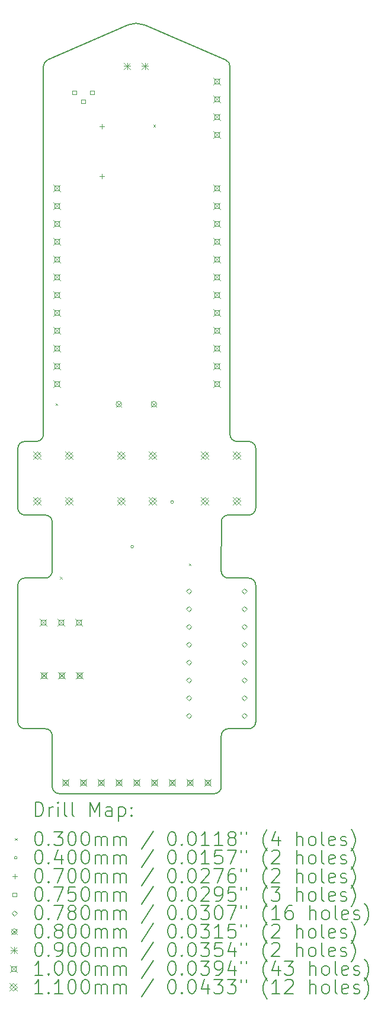
<source format=gbr>
%TF.GenerationSoftware,KiCad,Pcbnew,7.0.6-0*%
%TF.CreationDate,2024-06-29T09:33:56-07:00*%
%TF.ProjectId,s3,73332e6b-6963-4616-945f-706362585858,rev?*%
%TF.SameCoordinates,Original*%
%TF.FileFunction,Drillmap*%
%TF.FilePolarity,Positive*%
%FSLAX45Y45*%
G04 Gerber Fmt 4.5, Leading zero omitted, Abs format (unit mm)*
G04 Created by KiCad (PCBNEW 7.0.6-0) date 2024-06-29 09:33:56*
%MOMM*%
%LPD*%
G01*
G04 APERTURE LIST*
%ADD10C,0.200000*%
%ADD11C,0.030000*%
%ADD12C,0.040000*%
%ADD13C,0.070000*%
%ADD14C,0.075000*%
%ADD15C,0.078000*%
%ADD16C,0.080000*%
%ADD17C,0.090000*%
%ADD18C,0.100000*%
%ADD19C,0.110000*%
G04 APERTURE END LIST*
D10*
X19747804Y-15147808D02*
G75*
G03*
X19847799Y-15247812I100001J-3D01*
G01*
X22063742Y-15247901D02*
X19847799Y-15247812D01*
X19682055Y-4777463D02*
G75*
G03*
X19621998Y-4869133I39930J-91668D01*
G01*
X22288003Y-6489058D02*
X22287928Y-9588056D01*
X22287928Y-9588056D02*
X22287906Y-10121891D01*
X22287911Y-10121891D02*
G75*
G03*
X22387902Y-10221895I99994J-10D01*
G01*
X19747945Y-11595801D02*
X19747931Y-11371791D01*
X22387902Y-10221895D02*
X22555925Y-10221902D01*
X22655921Y-10321906D02*
X22655886Y-11171908D01*
X19682053Y-4777460D02*
X20826897Y-4278631D01*
X22555882Y-11271903D02*
G75*
G03*
X22655886Y-11171908I2J100002D01*
G01*
X21065208Y-4278041D02*
G75*
G03*
X20826897Y-4278631I-118473J-275600D01*
G01*
X22263901Y-11271894D02*
G75*
G03*
X22163897Y-11371888I-7J-99997D01*
G01*
X19747928Y-11371791D02*
G75*
G03*
X19647925Y-11271797I-99994J0D01*
G01*
X19747926Y-12071824D02*
X19747945Y-11595801D01*
X19255938Y-11171822D02*
X19255885Y-10321819D01*
X22288043Y-4869554D02*
G75*
G03*
X22227534Y-4777680I-99998J3D01*
G01*
X19647836Y-14321820D02*
X19355855Y-14321808D01*
X21065207Y-4278043D02*
X22227534Y-4777680D01*
X19747826Y-14421824D02*
G75*
G03*
X19647836Y-14321820I-99991J13D01*
G01*
X19355879Y-10221813D02*
X19521923Y-10221803D01*
X19521923Y-10221803D02*
G75*
G03*
X19621916Y-10121797I-8J100002D01*
G01*
X22288042Y-4869554D02*
X22288003Y-6489058D01*
X22263779Y-14321931D02*
G75*
G03*
X22163775Y-14421921I-15J-99990D01*
G01*
X19621916Y-10121797D02*
X19621883Y-9587992D01*
X19255859Y-14221804D02*
X19255937Y-12271804D01*
X19355879Y-10221812D02*
G75*
G03*
X19255885Y-10321819I6J-99999D01*
G01*
X19255857Y-14221804D02*
G75*
G03*
X19355855Y-14321808I99997J-7D01*
G01*
X19355941Y-12171804D02*
G75*
G03*
X19255937Y-12271804I3J-100007D01*
G01*
X22655914Y-10321906D02*
G75*
G03*
X22555925Y-10221902I-99989J15D01*
G01*
X19621883Y-9587992D02*
X19621998Y-4869133D01*
X22655839Y-12271940D02*
G75*
G03*
X22555846Y-12171936I-99995J9D01*
G01*
X22163775Y-14421921D02*
X22163746Y-15147905D01*
X19255930Y-11171822D02*
G75*
G03*
X19355944Y-11271816I99995J1D01*
G01*
X22063742Y-15247902D02*
G75*
G03*
X22163746Y-15147905I3J100001D01*
G01*
X22263865Y-12171925D02*
X22555846Y-12171936D01*
X22555760Y-14321930D02*
G75*
G03*
X22655764Y-14221940I15J99990D01*
G01*
X19647922Y-12171813D02*
G75*
G03*
X19747926Y-12071824I12J99992D01*
G01*
X19647925Y-11271797D02*
X19355944Y-11271816D01*
X19747803Y-15147808D02*
X19747832Y-14421824D01*
X22163897Y-11371888D02*
X22163869Y-12071921D01*
X19355941Y-12171808D02*
X19647922Y-12171820D01*
X22655842Y-12271940D02*
X22655764Y-14221940D01*
X22555882Y-11271904D02*
X22263901Y-11271892D01*
X22555760Y-14321936D02*
X22263779Y-14321925D01*
X22163861Y-12071921D02*
G75*
G03*
X22263865Y-12171925I99994J-10D01*
G01*
D11*
X19795924Y-9675311D02*
X19825924Y-9705311D01*
X19825924Y-9675311D02*
X19795924Y-9705311D01*
X19859424Y-12151811D02*
X19889424Y-12181811D01*
X19889424Y-12151811D02*
X19859424Y-12181811D01*
X21194000Y-5700000D02*
X21224000Y-5730000D01*
X21224000Y-5700000D02*
X21194000Y-5730000D01*
X21700924Y-11961311D02*
X21730924Y-11991311D01*
X21730924Y-11961311D02*
X21700924Y-11991311D01*
D12*
X20910424Y-11722311D02*
G75*
G03*
X20910424Y-11722311I-20000J0D01*
G01*
X21481924Y-11087311D02*
G75*
G03*
X21481924Y-11087311I-20000J0D01*
G01*
D13*
X20458624Y-5692911D02*
X20458624Y-5762911D01*
X20423624Y-5727911D02*
X20493624Y-5727911D01*
X20458624Y-6404111D02*
X20458624Y-6474111D01*
X20423624Y-6439111D02*
X20493624Y-6439111D01*
D14*
X20091441Y-5271828D02*
X20091441Y-5218794D01*
X20038408Y-5218794D01*
X20038408Y-5271828D01*
X20091441Y-5271828D01*
X20218441Y-5398828D02*
X20218441Y-5345794D01*
X20165408Y-5345794D01*
X20165408Y-5398828D01*
X20218441Y-5398828D01*
X20345441Y-5271828D02*
X20345441Y-5218794D01*
X20292408Y-5218794D01*
X20292408Y-5271828D01*
X20345441Y-5271828D01*
D15*
X21699924Y-12396311D02*
X21738924Y-12357311D01*
X21699924Y-12318311D01*
X21660924Y-12357311D01*
X21699924Y-12396311D01*
X21699924Y-12650311D02*
X21738924Y-12611311D01*
X21699924Y-12572311D01*
X21660924Y-12611311D01*
X21699924Y-12650311D01*
X21699924Y-12904311D02*
X21738924Y-12865311D01*
X21699924Y-12826311D01*
X21660924Y-12865311D01*
X21699924Y-12904311D01*
X21699924Y-13158311D02*
X21738924Y-13119311D01*
X21699924Y-13080311D01*
X21660924Y-13119311D01*
X21699924Y-13158311D01*
X21699924Y-13412311D02*
X21738924Y-13373311D01*
X21699924Y-13334311D01*
X21660924Y-13373311D01*
X21699924Y-13412311D01*
X21699924Y-13666311D02*
X21738924Y-13627311D01*
X21699924Y-13588311D01*
X21660924Y-13627311D01*
X21699924Y-13666311D01*
X21699924Y-13920311D02*
X21738924Y-13881311D01*
X21699924Y-13842311D01*
X21660924Y-13881311D01*
X21699924Y-13920311D01*
X21699924Y-14174311D02*
X21738924Y-14135311D01*
X21699924Y-14096311D01*
X21660924Y-14135311D01*
X21699924Y-14174311D01*
X22493924Y-12396311D02*
X22532924Y-12357311D01*
X22493924Y-12318311D01*
X22454924Y-12357311D01*
X22493924Y-12396311D01*
X22493924Y-12650311D02*
X22532924Y-12611311D01*
X22493924Y-12572311D01*
X22454924Y-12611311D01*
X22493924Y-12650311D01*
X22493924Y-12904311D02*
X22532924Y-12865311D01*
X22493924Y-12826311D01*
X22454924Y-12865311D01*
X22493924Y-12904311D01*
X22493924Y-13158311D02*
X22532924Y-13119311D01*
X22493924Y-13080311D01*
X22454924Y-13119311D01*
X22493924Y-13158311D01*
X22493924Y-13412311D02*
X22532924Y-13373311D01*
X22493924Y-13334311D01*
X22454924Y-13373311D01*
X22493924Y-13412311D01*
X22493924Y-13666311D02*
X22532924Y-13627311D01*
X22493924Y-13588311D01*
X22454924Y-13627311D01*
X22493924Y-13666311D01*
X22493924Y-13920311D02*
X22532924Y-13881311D01*
X22493924Y-13842311D01*
X22454924Y-13881311D01*
X22493924Y-13920311D01*
X22493924Y-14174311D02*
X22532924Y-14135311D01*
X22493924Y-14096311D01*
X22454924Y-14135311D01*
X22493924Y-14174311D01*
D16*
X20659924Y-9650311D02*
X20739924Y-9730311D01*
X20739924Y-9650311D02*
X20659924Y-9730311D01*
X20739924Y-9690311D02*
G75*
G03*
X20739924Y-9690311I-40000J0D01*
G01*
X21159924Y-9650311D02*
X21239924Y-9730311D01*
X21239924Y-9650311D02*
X21159924Y-9730311D01*
X21239924Y-9690311D02*
G75*
G03*
X21239924Y-9690311I-40000J0D01*
G01*
D17*
X20774731Y-4819311D02*
X20864731Y-4909311D01*
X20864731Y-4819311D02*
X20774731Y-4909311D01*
X20819731Y-4819311D02*
X20819731Y-4909311D01*
X20774731Y-4864311D02*
X20864731Y-4864311D01*
X21028731Y-4819311D02*
X21118731Y-4909311D01*
X21118731Y-4819311D02*
X21028731Y-4909311D01*
X21073731Y-4819311D02*
X21073731Y-4909311D01*
X21028731Y-4864311D02*
X21118731Y-4864311D01*
D18*
X19570424Y-12751811D02*
X19670424Y-12851811D01*
X19670424Y-12751811D02*
X19570424Y-12851811D01*
X19655780Y-12837167D02*
X19655780Y-12766455D01*
X19585069Y-12766455D01*
X19585069Y-12837167D01*
X19655780Y-12837167D01*
X19577124Y-13510811D02*
X19677124Y-13610811D01*
X19677124Y-13510811D02*
X19577124Y-13610811D01*
X19662480Y-13596167D02*
X19662480Y-13525455D01*
X19591769Y-13525455D01*
X19591769Y-13596167D01*
X19662480Y-13596167D01*
X19762000Y-6554000D02*
X19862000Y-6654000D01*
X19862000Y-6554000D02*
X19762000Y-6654000D01*
X19847356Y-6639356D02*
X19847356Y-6568644D01*
X19776644Y-6568644D01*
X19776644Y-6639356D01*
X19847356Y-6639356D01*
X19762000Y-6808000D02*
X19862000Y-6908000D01*
X19862000Y-6808000D02*
X19762000Y-6908000D01*
X19847356Y-6893356D02*
X19847356Y-6822644D01*
X19776644Y-6822644D01*
X19776644Y-6893356D01*
X19847356Y-6893356D01*
X19762000Y-7062000D02*
X19862000Y-7162000D01*
X19862000Y-7062000D02*
X19762000Y-7162000D01*
X19847356Y-7147356D02*
X19847356Y-7076644D01*
X19776644Y-7076644D01*
X19776644Y-7147356D01*
X19847356Y-7147356D01*
X19762000Y-7316000D02*
X19862000Y-7416000D01*
X19862000Y-7316000D02*
X19762000Y-7416000D01*
X19847356Y-7401356D02*
X19847356Y-7330644D01*
X19776644Y-7330644D01*
X19776644Y-7401356D01*
X19847356Y-7401356D01*
X19762000Y-7570000D02*
X19862000Y-7670000D01*
X19862000Y-7570000D02*
X19762000Y-7670000D01*
X19847356Y-7655356D02*
X19847356Y-7584644D01*
X19776644Y-7584644D01*
X19776644Y-7655356D01*
X19847356Y-7655356D01*
X19762000Y-7824000D02*
X19862000Y-7924000D01*
X19862000Y-7824000D02*
X19762000Y-7924000D01*
X19847356Y-7909356D02*
X19847356Y-7838644D01*
X19776644Y-7838644D01*
X19776644Y-7909356D01*
X19847356Y-7909356D01*
X19762000Y-8078000D02*
X19862000Y-8178000D01*
X19862000Y-8078000D02*
X19762000Y-8178000D01*
X19847356Y-8163356D02*
X19847356Y-8092644D01*
X19776644Y-8092644D01*
X19776644Y-8163356D01*
X19847356Y-8163356D01*
X19762000Y-8332000D02*
X19862000Y-8432000D01*
X19862000Y-8332000D02*
X19762000Y-8432000D01*
X19847356Y-8417356D02*
X19847356Y-8346644D01*
X19776644Y-8346644D01*
X19776644Y-8417356D01*
X19847356Y-8417356D01*
X19762000Y-8586000D02*
X19862000Y-8686000D01*
X19862000Y-8586000D02*
X19762000Y-8686000D01*
X19847356Y-8671356D02*
X19847356Y-8600644D01*
X19776644Y-8600644D01*
X19776644Y-8671356D01*
X19847356Y-8671356D01*
X19762000Y-8840000D02*
X19862000Y-8940000D01*
X19862000Y-8840000D02*
X19762000Y-8940000D01*
X19847356Y-8925356D02*
X19847356Y-8854644D01*
X19776644Y-8854644D01*
X19776644Y-8925356D01*
X19847356Y-8925356D01*
X19762000Y-9094000D02*
X19862000Y-9194000D01*
X19862000Y-9094000D02*
X19762000Y-9194000D01*
X19847356Y-9179356D02*
X19847356Y-9108644D01*
X19776644Y-9108644D01*
X19776644Y-9179356D01*
X19847356Y-9179356D01*
X19762000Y-9348000D02*
X19862000Y-9448000D01*
X19862000Y-9348000D02*
X19762000Y-9448000D01*
X19847356Y-9433356D02*
X19847356Y-9362644D01*
X19776644Y-9362644D01*
X19776644Y-9433356D01*
X19847356Y-9433356D01*
X19824424Y-12751811D02*
X19924424Y-12851811D01*
X19924424Y-12751811D02*
X19824424Y-12851811D01*
X19909780Y-12837167D02*
X19909780Y-12766455D01*
X19839069Y-12766455D01*
X19839069Y-12837167D01*
X19909780Y-12837167D01*
X19831124Y-13510811D02*
X19931124Y-13610811D01*
X19931124Y-13510811D02*
X19831124Y-13610811D01*
X19916480Y-13596167D02*
X19916480Y-13525455D01*
X19845769Y-13525455D01*
X19845769Y-13596167D01*
X19916480Y-13596167D01*
X19887924Y-15037811D02*
X19987924Y-15137811D01*
X19987924Y-15037811D02*
X19887924Y-15137811D01*
X19973280Y-15123167D02*
X19973280Y-15052455D01*
X19902569Y-15052455D01*
X19902569Y-15123167D01*
X19973280Y-15123167D01*
X20078424Y-12751811D02*
X20178424Y-12851811D01*
X20178424Y-12751811D02*
X20078424Y-12851811D01*
X20163780Y-12837167D02*
X20163780Y-12766455D01*
X20093069Y-12766455D01*
X20093069Y-12837167D01*
X20163780Y-12837167D01*
X20085124Y-13510811D02*
X20185124Y-13610811D01*
X20185124Y-13510811D02*
X20085124Y-13610811D01*
X20170480Y-13596167D02*
X20170480Y-13525455D01*
X20099769Y-13525455D01*
X20099769Y-13596167D01*
X20170480Y-13596167D01*
X20141924Y-15037811D02*
X20241924Y-15137811D01*
X20241924Y-15037811D02*
X20141924Y-15137811D01*
X20227280Y-15123167D02*
X20227280Y-15052455D01*
X20156569Y-15052455D01*
X20156569Y-15123167D01*
X20227280Y-15123167D01*
X20395924Y-15037811D02*
X20495924Y-15137811D01*
X20495924Y-15037811D02*
X20395924Y-15137811D01*
X20481280Y-15123167D02*
X20481280Y-15052455D01*
X20410569Y-15052455D01*
X20410569Y-15123167D01*
X20481280Y-15123167D01*
X20649924Y-15037811D02*
X20749924Y-15137811D01*
X20749924Y-15037811D02*
X20649924Y-15137811D01*
X20735280Y-15123167D02*
X20735280Y-15052455D01*
X20664569Y-15052455D01*
X20664569Y-15123167D01*
X20735280Y-15123167D01*
X20903924Y-15037811D02*
X21003924Y-15137811D01*
X21003924Y-15037811D02*
X20903924Y-15137811D01*
X20989280Y-15123167D02*
X20989280Y-15052455D01*
X20918569Y-15052455D01*
X20918569Y-15123167D01*
X20989280Y-15123167D01*
X21157924Y-15037811D02*
X21257924Y-15137811D01*
X21257924Y-15037811D02*
X21157924Y-15137811D01*
X21243280Y-15123167D02*
X21243280Y-15052455D01*
X21172569Y-15052455D01*
X21172569Y-15123167D01*
X21243280Y-15123167D01*
X21411924Y-15037811D02*
X21511924Y-15137811D01*
X21511924Y-15037811D02*
X21411924Y-15137811D01*
X21497280Y-15123167D02*
X21497280Y-15052455D01*
X21426569Y-15052455D01*
X21426569Y-15123167D01*
X21497280Y-15123167D01*
X21665924Y-15037811D02*
X21765924Y-15137811D01*
X21765924Y-15037811D02*
X21665924Y-15137811D01*
X21751280Y-15123167D02*
X21751280Y-15052455D01*
X21680569Y-15052455D01*
X21680569Y-15123167D01*
X21751280Y-15123167D01*
X21919924Y-15037811D02*
X22019924Y-15137811D01*
X22019924Y-15037811D02*
X21919924Y-15137811D01*
X22005280Y-15123167D02*
X22005280Y-15052455D01*
X21934569Y-15052455D01*
X21934569Y-15123167D01*
X22005280Y-15123167D01*
X22048000Y-5030000D02*
X22148000Y-5130000D01*
X22148000Y-5030000D02*
X22048000Y-5130000D01*
X22133356Y-5115356D02*
X22133356Y-5044644D01*
X22062644Y-5044644D01*
X22062644Y-5115356D01*
X22133356Y-5115356D01*
X22048000Y-5284000D02*
X22148000Y-5384000D01*
X22148000Y-5284000D02*
X22048000Y-5384000D01*
X22133356Y-5369356D02*
X22133356Y-5298644D01*
X22062644Y-5298644D01*
X22062644Y-5369356D01*
X22133356Y-5369356D01*
X22048000Y-5538000D02*
X22148000Y-5638000D01*
X22148000Y-5538000D02*
X22048000Y-5638000D01*
X22133356Y-5623356D02*
X22133356Y-5552644D01*
X22062644Y-5552644D01*
X22062644Y-5623356D01*
X22133356Y-5623356D01*
X22048000Y-5792000D02*
X22148000Y-5892000D01*
X22148000Y-5792000D02*
X22048000Y-5892000D01*
X22133356Y-5877356D02*
X22133356Y-5806644D01*
X22062644Y-5806644D01*
X22062644Y-5877356D01*
X22133356Y-5877356D01*
X22048000Y-6554052D02*
X22148000Y-6654052D01*
X22148000Y-6554052D02*
X22048000Y-6654052D01*
X22133356Y-6639407D02*
X22133356Y-6568696D01*
X22062644Y-6568696D01*
X22062644Y-6639407D01*
X22133356Y-6639407D01*
X22048000Y-6808052D02*
X22148000Y-6908052D01*
X22148000Y-6808052D02*
X22048000Y-6908052D01*
X22133356Y-6893407D02*
X22133356Y-6822696D01*
X22062644Y-6822696D01*
X22062644Y-6893407D01*
X22133356Y-6893407D01*
X22048000Y-7062052D02*
X22148000Y-7162052D01*
X22148000Y-7062052D02*
X22048000Y-7162052D01*
X22133356Y-7147407D02*
X22133356Y-7076696D01*
X22062644Y-7076696D01*
X22062644Y-7147407D01*
X22133356Y-7147407D01*
X22048000Y-7316052D02*
X22148000Y-7416052D01*
X22148000Y-7316052D02*
X22048000Y-7416052D01*
X22133356Y-7401407D02*
X22133356Y-7330696D01*
X22062644Y-7330696D01*
X22062644Y-7401407D01*
X22133356Y-7401407D01*
X22048000Y-7570052D02*
X22148000Y-7670052D01*
X22148000Y-7570052D02*
X22048000Y-7670052D01*
X22133356Y-7655407D02*
X22133356Y-7584696D01*
X22062644Y-7584696D01*
X22062644Y-7655407D01*
X22133356Y-7655407D01*
X22048000Y-7824052D02*
X22148000Y-7924052D01*
X22148000Y-7824052D02*
X22048000Y-7924052D01*
X22133356Y-7909407D02*
X22133356Y-7838696D01*
X22062644Y-7838696D01*
X22062644Y-7909407D01*
X22133356Y-7909407D01*
X22048000Y-8078052D02*
X22148000Y-8178052D01*
X22148000Y-8078052D02*
X22048000Y-8178052D01*
X22133356Y-8163407D02*
X22133356Y-8092696D01*
X22062644Y-8092696D01*
X22062644Y-8163407D01*
X22133356Y-8163407D01*
X22048000Y-8332052D02*
X22148000Y-8432052D01*
X22148000Y-8332052D02*
X22048000Y-8432052D01*
X22133356Y-8417408D02*
X22133356Y-8346696D01*
X22062644Y-8346696D01*
X22062644Y-8417408D01*
X22133356Y-8417408D01*
X22048000Y-8586052D02*
X22148000Y-8686052D01*
X22148000Y-8586052D02*
X22048000Y-8686052D01*
X22133356Y-8671408D02*
X22133356Y-8600696D01*
X22062644Y-8600696D01*
X22062644Y-8671408D01*
X22133356Y-8671408D01*
X22048000Y-8840052D02*
X22148000Y-8940052D01*
X22148000Y-8840052D02*
X22048000Y-8940052D01*
X22133356Y-8925408D02*
X22133356Y-8854696D01*
X22062644Y-8854696D01*
X22062644Y-8925408D01*
X22133356Y-8925408D01*
X22048000Y-9094052D02*
X22148000Y-9194052D01*
X22148000Y-9094052D02*
X22048000Y-9194052D01*
X22133356Y-9179408D02*
X22133356Y-9108696D01*
X22062644Y-9108696D01*
X22062644Y-9179408D01*
X22133356Y-9179408D01*
X22048000Y-9348052D02*
X22148000Y-9448052D01*
X22148000Y-9348052D02*
X22048000Y-9448052D01*
X22133356Y-9433408D02*
X22133356Y-9362696D01*
X22062644Y-9362696D01*
X22062644Y-9433408D01*
X22133356Y-9433408D01*
D19*
X19479026Y-10366811D02*
X19589026Y-10476811D01*
X19589026Y-10366811D02*
X19479026Y-10476811D01*
X19534026Y-10476811D02*
X19589026Y-10421811D01*
X19534026Y-10366811D01*
X19479026Y-10421811D01*
X19534026Y-10476811D01*
X19479026Y-11016811D02*
X19589026Y-11126811D01*
X19589026Y-11016811D02*
X19479026Y-11126811D01*
X19534026Y-11126811D02*
X19589026Y-11071811D01*
X19534026Y-11016811D01*
X19479026Y-11071811D01*
X19534026Y-11126811D01*
X19929026Y-10366811D02*
X20039026Y-10476811D01*
X20039026Y-10366811D02*
X19929026Y-10476811D01*
X19984026Y-10476811D02*
X20039026Y-10421811D01*
X19984026Y-10366811D01*
X19929026Y-10421811D01*
X19984026Y-10476811D01*
X19929026Y-11016811D02*
X20039026Y-11126811D01*
X20039026Y-11016811D02*
X19929026Y-11126811D01*
X19984026Y-11126811D02*
X20039026Y-11071811D01*
X19984026Y-11016811D01*
X19929026Y-11071811D01*
X19984026Y-11126811D01*
X20675868Y-10366863D02*
X20785868Y-10476863D01*
X20785868Y-10366863D02*
X20675868Y-10476863D01*
X20730868Y-10476863D02*
X20785868Y-10421863D01*
X20730868Y-10366863D01*
X20675868Y-10421863D01*
X20730868Y-10476863D01*
X20675868Y-11016863D02*
X20785868Y-11126863D01*
X20785868Y-11016863D02*
X20675868Y-11126863D01*
X20730868Y-11126863D02*
X20785868Y-11071863D01*
X20730868Y-11016863D01*
X20675868Y-11071863D01*
X20730868Y-11126863D01*
X21125868Y-10366863D02*
X21235868Y-10476863D01*
X21235868Y-10366863D02*
X21125868Y-10476863D01*
X21180868Y-10476863D02*
X21235868Y-10421863D01*
X21180868Y-10366863D01*
X21125868Y-10421863D01*
X21180868Y-10476863D01*
X21125868Y-11016863D02*
X21235868Y-11126863D01*
X21235868Y-11016863D02*
X21125868Y-11126863D01*
X21180868Y-11126863D02*
X21235868Y-11071863D01*
X21180868Y-11016863D01*
X21125868Y-11071863D01*
X21180868Y-11126863D01*
X21875868Y-10366912D02*
X21985868Y-10476912D01*
X21985868Y-10366912D02*
X21875868Y-10476912D01*
X21930868Y-10476912D02*
X21985868Y-10421912D01*
X21930868Y-10366912D01*
X21875868Y-10421912D01*
X21930868Y-10476912D01*
X21875868Y-11016912D02*
X21985868Y-11126912D01*
X21985868Y-11016912D02*
X21875868Y-11126912D01*
X21930868Y-11126912D02*
X21985868Y-11071912D01*
X21930868Y-11016912D01*
X21875868Y-11071912D01*
X21930868Y-11126912D01*
X22325868Y-10366912D02*
X22435868Y-10476912D01*
X22435868Y-10366912D02*
X22325868Y-10476912D01*
X22380868Y-10476912D02*
X22435868Y-10421912D01*
X22380868Y-10366912D01*
X22325868Y-10421912D01*
X22380868Y-10476912D01*
X22325868Y-11016912D02*
X22435868Y-11126912D01*
X22435868Y-11016912D02*
X22325868Y-11126912D01*
X22380868Y-11126912D02*
X22435868Y-11071912D01*
X22380868Y-11016912D01*
X22325868Y-11071912D01*
X22380868Y-11126912D01*
D10*
X19506634Y-15569386D02*
X19506634Y-15369386D01*
X19506634Y-15369386D02*
X19554253Y-15369386D01*
X19554253Y-15369386D02*
X19582825Y-15378910D01*
X19582825Y-15378910D02*
X19601872Y-15397957D01*
X19601872Y-15397957D02*
X19611396Y-15417005D01*
X19611396Y-15417005D02*
X19620920Y-15455100D01*
X19620920Y-15455100D02*
X19620920Y-15483672D01*
X19620920Y-15483672D02*
X19611396Y-15521767D01*
X19611396Y-15521767D02*
X19601872Y-15540815D01*
X19601872Y-15540815D02*
X19582825Y-15559862D01*
X19582825Y-15559862D02*
X19554253Y-15569386D01*
X19554253Y-15569386D02*
X19506634Y-15569386D01*
X19706634Y-15569386D02*
X19706634Y-15436053D01*
X19706634Y-15474148D02*
X19716158Y-15455100D01*
X19716158Y-15455100D02*
X19725682Y-15445576D01*
X19725682Y-15445576D02*
X19744729Y-15436053D01*
X19744729Y-15436053D02*
X19763777Y-15436053D01*
X19830444Y-15569386D02*
X19830444Y-15436053D01*
X19830444Y-15369386D02*
X19820920Y-15378910D01*
X19820920Y-15378910D02*
X19830444Y-15388434D01*
X19830444Y-15388434D02*
X19839968Y-15378910D01*
X19839968Y-15378910D02*
X19830444Y-15369386D01*
X19830444Y-15369386D02*
X19830444Y-15388434D01*
X19954253Y-15569386D02*
X19935206Y-15559862D01*
X19935206Y-15559862D02*
X19925682Y-15540815D01*
X19925682Y-15540815D02*
X19925682Y-15369386D01*
X20059015Y-15569386D02*
X20039968Y-15559862D01*
X20039968Y-15559862D02*
X20030444Y-15540815D01*
X20030444Y-15540815D02*
X20030444Y-15369386D01*
X20287587Y-15569386D02*
X20287587Y-15369386D01*
X20287587Y-15369386D02*
X20354253Y-15512243D01*
X20354253Y-15512243D02*
X20420920Y-15369386D01*
X20420920Y-15369386D02*
X20420920Y-15569386D01*
X20601872Y-15569386D02*
X20601872Y-15464624D01*
X20601872Y-15464624D02*
X20592349Y-15445576D01*
X20592349Y-15445576D02*
X20573301Y-15436053D01*
X20573301Y-15436053D02*
X20535206Y-15436053D01*
X20535206Y-15436053D02*
X20516158Y-15445576D01*
X20601872Y-15559862D02*
X20582825Y-15569386D01*
X20582825Y-15569386D02*
X20535206Y-15569386D01*
X20535206Y-15569386D02*
X20516158Y-15559862D01*
X20516158Y-15559862D02*
X20506634Y-15540815D01*
X20506634Y-15540815D02*
X20506634Y-15521767D01*
X20506634Y-15521767D02*
X20516158Y-15502719D01*
X20516158Y-15502719D02*
X20535206Y-15493196D01*
X20535206Y-15493196D02*
X20582825Y-15493196D01*
X20582825Y-15493196D02*
X20601872Y-15483672D01*
X20697110Y-15436053D02*
X20697110Y-15636053D01*
X20697110Y-15445576D02*
X20716158Y-15436053D01*
X20716158Y-15436053D02*
X20754253Y-15436053D01*
X20754253Y-15436053D02*
X20773301Y-15445576D01*
X20773301Y-15445576D02*
X20782825Y-15455100D01*
X20782825Y-15455100D02*
X20792349Y-15474148D01*
X20792349Y-15474148D02*
X20792349Y-15531291D01*
X20792349Y-15531291D02*
X20782825Y-15550338D01*
X20782825Y-15550338D02*
X20773301Y-15559862D01*
X20773301Y-15559862D02*
X20754253Y-15569386D01*
X20754253Y-15569386D02*
X20716158Y-15569386D01*
X20716158Y-15569386D02*
X20697110Y-15559862D01*
X20878063Y-15550338D02*
X20887587Y-15559862D01*
X20887587Y-15559862D02*
X20878063Y-15569386D01*
X20878063Y-15569386D02*
X20868539Y-15559862D01*
X20868539Y-15559862D02*
X20878063Y-15550338D01*
X20878063Y-15550338D02*
X20878063Y-15569386D01*
X20878063Y-15445576D02*
X20887587Y-15455100D01*
X20887587Y-15455100D02*
X20878063Y-15464624D01*
X20878063Y-15464624D02*
X20868539Y-15455100D01*
X20868539Y-15455100D02*
X20878063Y-15445576D01*
X20878063Y-15445576D02*
X20878063Y-15464624D01*
D11*
X19215857Y-15882902D02*
X19245857Y-15912902D01*
X19245857Y-15882902D02*
X19215857Y-15912902D01*
D10*
X19544729Y-15789386D02*
X19563777Y-15789386D01*
X19563777Y-15789386D02*
X19582825Y-15798910D01*
X19582825Y-15798910D02*
X19592349Y-15808434D01*
X19592349Y-15808434D02*
X19601872Y-15827481D01*
X19601872Y-15827481D02*
X19611396Y-15865576D01*
X19611396Y-15865576D02*
X19611396Y-15913196D01*
X19611396Y-15913196D02*
X19601872Y-15951291D01*
X19601872Y-15951291D02*
X19592349Y-15970338D01*
X19592349Y-15970338D02*
X19582825Y-15979862D01*
X19582825Y-15979862D02*
X19563777Y-15989386D01*
X19563777Y-15989386D02*
X19544729Y-15989386D01*
X19544729Y-15989386D02*
X19525682Y-15979862D01*
X19525682Y-15979862D02*
X19516158Y-15970338D01*
X19516158Y-15970338D02*
X19506634Y-15951291D01*
X19506634Y-15951291D02*
X19497110Y-15913196D01*
X19497110Y-15913196D02*
X19497110Y-15865576D01*
X19497110Y-15865576D02*
X19506634Y-15827481D01*
X19506634Y-15827481D02*
X19516158Y-15808434D01*
X19516158Y-15808434D02*
X19525682Y-15798910D01*
X19525682Y-15798910D02*
X19544729Y-15789386D01*
X19697110Y-15970338D02*
X19706634Y-15979862D01*
X19706634Y-15979862D02*
X19697110Y-15989386D01*
X19697110Y-15989386D02*
X19687587Y-15979862D01*
X19687587Y-15979862D02*
X19697110Y-15970338D01*
X19697110Y-15970338D02*
X19697110Y-15989386D01*
X19773301Y-15789386D02*
X19897110Y-15789386D01*
X19897110Y-15789386D02*
X19830444Y-15865576D01*
X19830444Y-15865576D02*
X19859015Y-15865576D01*
X19859015Y-15865576D02*
X19878063Y-15875100D01*
X19878063Y-15875100D02*
X19887587Y-15884624D01*
X19887587Y-15884624D02*
X19897110Y-15903672D01*
X19897110Y-15903672D02*
X19897110Y-15951291D01*
X19897110Y-15951291D02*
X19887587Y-15970338D01*
X19887587Y-15970338D02*
X19878063Y-15979862D01*
X19878063Y-15979862D02*
X19859015Y-15989386D01*
X19859015Y-15989386D02*
X19801872Y-15989386D01*
X19801872Y-15989386D02*
X19782825Y-15979862D01*
X19782825Y-15979862D02*
X19773301Y-15970338D01*
X20020920Y-15789386D02*
X20039968Y-15789386D01*
X20039968Y-15789386D02*
X20059015Y-15798910D01*
X20059015Y-15798910D02*
X20068539Y-15808434D01*
X20068539Y-15808434D02*
X20078063Y-15827481D01*
X20078063Y-15827481D02*
X20087587Y-15865576D01*
X20087587Y-15865576D02*
X20087587Y-15913196D01*
X20087587Y-15913196D02*
X20078063Y-15951291D01*
X20078063Y-15951291D02*
X20068539Y-15970338D01*
X20068539Y-15970338D02*
X20059015Y-15979862D01*
X20059015Y-15979862D02*
X20039968Y-15989386D01*
X20039968Y-15989386D02*
X20020920Y-15989386D01*
X20020920Y-15989386D02*
X20001872Y-15979862D01*
X20001872Y-15979862D02*
X19992349Y-15970338D01*
X19992349Y-15970338D02*
X19982825Y-15951291D01*
X19982825Y-15951291D02*
X19973301Y-15913196D01*
X19973301Y-15913196D02*
X19973301Y-15865576D01*
X19973301Y-15865576D02*
X19982825Y-15827481D01*
X19982825Y-15827481D02*
X19992349Y-15808434D01*
X19992349Y-15808434D02*
X20001872Y-15798910D01*
X20001872Y-15798910D02*
X20020920Y-15789386D01*
X20211396Y-15789386D02*
X20230444Y-15789386D01*
X20230444Y-15789386D02*
X20249491Y-15798910D01*
X20249491Y-15798910D02*
X20259015Y-15808434D01*
X20259015Y-15808434D02*
X20268539Y-15827481D01*
X20268539Y-15827481D02*
X20278063Y-15865576D01*
X20278063Y-15865576D02*
X20278063Y-15913196D01*
X20278063Y-15913196D02*
X20268539Y-15951291D01*
X20268539Y-15951291D02*
X20259015Y-15970338D01*
X20259015Y-15970338D02*
X20249491Y-15979862D01*
X20249491Y-15979862D02*
X20230444Y-15989386D01*
X20230444Y-15989386D02*
X20211396Y-15989386D01*
X20211396Y-15989386D02*
X20192349Y-15979862D01*
X20192349Y-15979862D02*
X20182825Y-15970338D01*
X20182825Y-15970338D02*
X20173301Y-15951291D01*
X20173301Y-15951291D02*
X20163777Y-15913196D01*
X20163777Y-15913196D02*
X20163777Y-15865576D01*
X20163777Y-15865576D02*
X20173301Y-15827481D01*
X20173301Y-15827481D02*
X20182825Y-15808434D01*
X20182825Y-15808434D02*
X20192349Y-15798910D01*
X20192349Y-15798910D02*
X20211396Y-15789386D01*
X20363777Y-15989386D02*
X20363777Y-15856053D01*
X20363777Y-15875100D02*
X20373301Y-15865576D01*
X20373301Y-15865576D02*
X20392349Y-15856053D01*
X20392349Y-15856053D02*
X20420920Y-15856053D01*
X20420920Y-15856053D02*
X20439968Y-15865576D01*
X20439968Y-15865576D02*
X20449491Y-15884624D01*
X20449491Y-15884624D02*
X20449491Y-15989386D01*
X20449491Y-15884624D02*
X20459015Y-15865576D01*
X20459015Y-15865576D02*
X20478063Y-15856053D01*
X20478063Y-15856053D02*
X20506634Y-15856053D01*
X20506634Y-15856053D02*
X20525682Y-15865576D01*
X20525682Y-15865576D02*
X20535206Y-15884624D01*
X20535206Y-15884624D02*
X20535206Y-15989386D01*
X20630444Y-15989386D02*
X20630444Y-15856053D01*
X20630444Y-15875100D02*
X20639968Y-15865576D01*
X20639968Y-15865576D02*
X20659015Y-15856053D01*
X20659015Y-15856053D02*
X20687587Y-15856053D01*
X20687587Y-15856053D02*
X20706634Y-15865576D01*
X20706634Y-15865576D02*
X20716158Y-15884624D01*
X20716158Y-15884624D02*
X20716158Y-15989386D01*
X20716158Y-15884624D02*
X20725682Y-15865576D01*
X20725682Y-15865576D02*
X20744730Y-15856053D01*
X20744730Y-15856053D02*
X20773301Y-15856053D01*
X20773301Y-15856053D02*
X20792349Y-15865576D01*
X20792349Y-15865576D02*
X20801872Y-15884624D01*
X20801872Y-15884624D02*
X20801872Y-15989386D01*
X21192349Y-15779862D02*
X21020920Y-16037005D01*
X21449492Y-15789386D02*
X21468539Y-15789386D01*
X21468539Y-15789386D02*
X21487587Y-15798910D01*
X21487587Y-15798910D02*
X21497111Y-15808434D01*
X21497111Y-15808434D02*
X21506634Y-15827481D01*
X21506634Y-15827481D02*
X21516158Y-15865576D01*
X21516158Y-15865576D02*
X21516158Y-15913196D01*
X21516158Y-15913196D02*
X21506634Y-15951291D01*
X21506634Y-15951291D02*
X21497111Y-15970338D01*
X21497111Y-15970338D02*
X21487587Y-15979862D01*
X21487587Y-15979862D02*
X21468539Y-15989386D01*
X21468539Y-15989386D02*
X21449492Y-15989386D01*
X21449492Y-15989386D02*
X21430444Y-15979862D01*
X21430444Y-15979862D02*
X21420920Y-15970338D01*
X21420920Y-15970338D02*
X21411396Y-15951291D01*
X21411396Y-15951291D02*
X21401873Y-15913196D01*
X21401873Y-15913196D02*
X21401873Y-15865576D01*
X21401873Y-15865576D02*
X21411396Y-15827481D01*
X21411396Y-15827481D02*
X21420920Y-15808434D01*
X21420920Y-15808434D02*
X21430444Y-15798910D01*
X21430444Y-15798910D02*
X21449492Y-15789386D01*
X21601873Y-15970338D02*
X21611396Y-15979862D01*
X21611396Y-15979862D02*
X21601873Y-15989386D01*
X21601873Y-15989386D02*
X21592349Y-15979862D01*
X21592349Y-15979862D02*
X21601873Y-15970338D01*
X21601873Y-15970338D02*
X21601873Y-15989386D01*
X21735206Y-15789386D02*
X21754254Y-15789386D01*
X21754254Y-15789386D02*
X21773301Y-15798910D01*
X21773301Y-15798910D02*
X21782825Y-15808434D01*
X21782825Y-15808434D02*
X21792349Y-15827481D01*
X21792349Y-15827481D02*
X21801873Y-15865576D01*
X21801873Y-15865576D02*
X21801873Y-15913196D01*
X21801873Y-15913196D02*
X21792349Y-15951291D01*
X21792349Y-15951291D02*
X21782825Y-15970338D01*
X21782825Y-15970338D02*
X21773301Y-15979862D01*
X21773301Y-15979862D02*
X21754254Y-15989386D01*
X21754254Y-15989386D02*
X21735206Y-15989386D01*
X21735206Y-15989386D02*
X21716158Y-15979862D01*
X21716158Y-15979862D02*
X21706634Y-15970338D01*
X21706634Y-15970338D02*
X21697111Y-15951291D01*
X21697111Y-15951291D02*
X21687587Y-15913196D01*
X21687587Y-15913196D02*
X21687587Y-15865576D01*
X21687587Y-15865576D02*
X21697111Y-15827481D01*
X21697111Y-15827481D02*
X21706634Y-15808434D01*
X21706634Y-15808434D02*
X21716158Y-15798910D01*
X21716158Y-15798910D02*
X21735206Y-15789386D01*
X21992349Y-15989386D02*
X21878063Y-15989386D01*
X21935206Y-15989386D02*
X21935206Y-15789386D01*
X21935206Y-15789386D02*
X21916158Y-15817957D01*
X21916158Y-15817957D02*
X21897111Y-15837005D01*
X21897111Y-15837005D02*
X21878063Y-15846529D01*
X22182825Y-15989386D02*
X22068539Y-15989386D01*
X22125682Y-15989386D02*
X22125682Y-15789386D01*
X22125682Y-15789386D02*
X22106634Y-15817957D01*
X22106634Y-15817957D02*
X22087587Y-15837005D01*
X22087587Y-15837005D02*
X22068539Y-15846529D01*
X22297111Y-15875100D02*
X22278063Y-15865576D01*
X22278063Y-15865576D02*
X22268539Y-15856053D01*
X22268539Y-15856053D02*
X22259015Y-15837005D01*
X22259015Y-15837005D02*
X22259015Y-15827481D01*
X22259015Y-15827481D02*
X22268539Y-15808434D01*
X22268539Y-15808434D02*
X22278063Y-15798910D01*
X22278063Y-15798910D02*
X22297111Y-15789386D01*
X22297111Y-15789386D02*
X22335206Y-15789386D01*
X22335206Y-15789386D02*
X22354254Y-15798910D01*
X22354254Y-15798910D02*
X22363777Y-15808434D01*
X22363777Y-15808434D02*
X22373301Y-15827481D01*
X22373301Y-15827481D02*
X22373301Y-15837005D01*
X22373301Y-15837005D02*
X22363777Y-15856053D01*
X22363777Y-15856053D02*
X22354254Y-15865576D01*
X22354254Y-15865576D02*
X22335206Y-15875100D01*
X22335206Y-15875100D02*
X22297111Y-15875100D01*
X22297111Y-15875100D02*
X22278063Y-15884624D01*
X22278063Y-15884624D02*
X22268539Y-15894148D01*
X22268539Y-15894148D02*
X22259015Y-15913196D01*
X22259015Y-15913196D02*
X22259015Y-15951291D01*
X22259015Y-15951291D02*
X22268539Y-15970338D01*
X22268539Y-15970338D02*
X22278063Y-15979862D01*
X22278063Y-15979862D02*
X22297111Y-15989386D01*
X22297111Y-15989386D02*
X22335206Y-15989386D01*
X22335206Y-15989386D02*
X22354254Y-15979862D01*
X22354254Y-15979862D02*
X22363777Y-15970338D01*
X22363777Y-15970338D02*
X22373301Y-15951291D01*
X22373301Y-15951291D02*
X22373301Y-15913196D01*
X22373301Y-15913196D02*
X22363777Y-15894148D01*
X22363777Y-15894148D02*
X22354254Y-15884624D01*
X22354254Y-15884624D02*
X22335206Y-15875100D01*
X22449492Y-15789386D02*
X22449492Y-15827481D01*
X22525682Y-15789386D02*
X22525682Y-15827481D01*
X22820920Y-16065576D02*
X22811396Y-16056053D01*
X22811396Y-16056053D02*
X22792349Y-16027481D01*
X22792349Y-16027481D02*
X22782825Y-16008434D01*
X22782825Y-16008434D02*
X22773301Y-15979862D01*
X22773301Y-15979862D02*
X22763777Y-15932243D01*
X22763777Y-15932243D02*
X22763777Y-15894148D01*
X22763777Y-15894148D02*
X22773301Y-15846529D01*
X22773301Y-15846529D02*
X22782825Y-15817957D01*
X22782825Y-15817957D02*
X22792349Y-15798910D01*
X22792349Y-15798910D02*
X22811396Y-15770338D01*
X22811396Y-15770338D02*
X22820920Y-15760815D01*
X22982825Y-15856053D02*
X22982825Y-15989386D01*
X22935206Y-15779862D02*
X22887587Y-15922719D01*
X22887587Y-15922719D02*
X23011396Y-15922719D01*
X23239968Y-15989386D02*
X23239968Y-15789386D01*
X23325682Y-15989386D02*
X23325682Y-15884624D01*
X23325682Y-15884624D02*
X23316158Y-15865576D01*
X23316158Y-15865576D02*
X23297111Y-15856053D01*
X23297111Y-15856053D02*
X23268539Y-15856053D01*
X23268539Y-15856053D02*
X23249492Y-15865576D01*
X23249492Y-15865576D02*
X23239968Y-15875100D01*
X23449492Y-15989386D02*
X23430444Y-15979862D01*
X23430444Y-15979862D02*
X23420920Y-15970338D01*
X23420920Y-15970338D02*
X23411396Y-15951291D01*
X23411396Y-15951291D02*
X23411396Y-15894148D01*
X23411396Y-15894148D02*
X23420920Y-15875100D01*
X23420920Y-15875100D02*
X23430444Y-15865576D01*
X23430444Y-15865576D02*
X23449492Y-15856053D01*
X23449492Y-15856053D02*
X23478063Y-15856053D01*
X23478063Y-15856053D02*
X23497111Y-15865576D01*
X23497111Y-15865576D02*
X23506635Y-15875100D01*
X23506635Y-15875100D02*
X23516158Y-15894148D01*
X23516158Y-15894148D02*
X23516158Y-15951291D01*
X23516158Y-15951291D02*
X23506635Y-15970338D01*
X23506635Y-15970338D02*
X23497111Y-15979862D01*
X23497111Y-15979862D02*
X23478063Y-15989386D01*
X23478063Y-15989386D02*
X23449492Y-15989386D01*
X23630444Y-15989386D02*
X23611396Y-15979862D01*
X23611396Y-15979862D02*
X23601873Y-15960815D01*
X23601873Y-15960815D02*
X23601873Y-15789386D01*
X23782825Y-15979862D02*
X23763777Y-15989386D01*
X23763777Y-15989386D02*
X23725682Y-15989386D01*
X23725682Y-15989386D02*
X23706635Y-15979862D01*
X23706635Y-15979862D02*
X23697111Y-15960815D01*
X23697111Y-15960815D02*
X23697111Y-15884624D01*
X23697111Y-15884624D02*
X23706635Y-15865576D01*
X23706635Y-15865576D02*
X23725682Y-15856053D01*
X23725682Y-15856053D02*
X23763777Y-15856053D01*
X23763777Y-15856053D02*
X23782825Y-15865576D01*
X23782825Y-15865576D02*
X23792349Y-15884624D01*
X23792349Y-15884624D02*
X23792349Y-15903672D01*
X23792349Y-15903672D02*
X23697111Y-15922719D01*
X23868539Y-15979862D02*
X23887587Y-15989386D01*
X23887587Y-15989386D02*
X23925682Y-15989386D01*
X23925682Y-15989386D02*
X23944730Y-15979862D01*
X23944730Y-15979862D02*
X23954254Y-15960815D01*
X23954254Y-15960815D02*
X23954254Y-15951291D01*
X23954254Y-15951291D02*
X23944730Y-15932243D01*
X23944730Y-15932243D02*
X23925682Y-15922719D01*
X23925682Y-15922719D02*
X23897111Y-15922719D01*
X23897111Y-15922719D02*
X23878063Y-15913196D01*
X23878063Y-15913196D02*
X23868539Y-15894148D01*
X23868539Y-15894148D02*
X23868539Y-15884624D01*
X23868539Y-15884624D02*
X23878063Y-15865576D01*
X23878063Y-15865576D02*
X23897111Y-15856053D01*
X23897111Y-15856053D02*
X23925682Y-15856053D01*
X23925682Y-15856053D02*
X23944730Y-15865576D01*
X24020920Y-16065576D02*
X24030444Y-16056053D01*
X24030444Y-16056053D02*
X24049492Y-16027481D01*
X24049492Y-16027481D02*
X24059016Y-16008434D01*
X24059016Y-16008434D02*
X24068539Y-15979862D01*
X24068539Y-15979862D02*
X24078063Y-15932243D01*
X24078063Y-15932243D02*
X24078063Y-15894148D01*
X24078063Y-15894148D02*
X24068539Y-15846529D01*
X24068539Y-15846529D02*
X24059016Y-15817957D01*
X24059016Y-15817957D02*
X24049492Y-15798910D01*
X24049492Y-15798910D02*
X24030444Y-15770338D01*
X24030444Y-15770338D02*
X24020920Y-15760815D01*
D12*
X19245857Y-16161902D02*
G75*
G03*
X19245857Y-16161902I-20000J0D01*
G01*
D10*
X19544729Y-16053386D02*
X19563777Y-16053386D01*
X19563777Y-16053386D02*
X19582825Y-16062910D01*
X19582825Y-16062910D02*
X19592349Y-16072434D01*
X19592349Y-16072434D02*
X19601872Y-16091481D01*
X19601872Y-16091481D02*
X19611396Y-16129576D01*
X19611396Y-16129576D02*
X19611396Y-16177196D01*
X19611396Y-16177196D02*
X19601872Y-16215291D01*
X19601872Y-16215291D02*
X19592349Y-16234338D01*
X19592349Y-16234338D02*
X19582825Y-16243862D01*
X19582825Y-16243862D02*
X19563777Y-16253386D01*
X19563777Y-16253386D02*
X19544729Y-16253386D01*
X19544729Y-16253386D02*
X19525682Y-16243862D01*
X19525682Y-16243862D02*
X19516158Y-16234338D01*
X19516158Y-16234338D02*
X19506634Y-16215291D01*
X19506634Y-16215291D02*
X19497110Y-16177196D01*
X19497110Y-16177196D02*
X19497110Y-16129576D01*
X19497110Y-16129576D02*
X19506634Y-16091481D01*
X19506634Y-16091481D02*
X19516158Y-16072434D01*
X19516158Y-16072434D02*
X19525682Y-16062910D01*
X19525682Y-16062910D02*
X19544729Y-16053386D01*
X19697110Y-16234338D02*
X19706634Y-16243862D01*
X19706634Y-16243862D02*
X19697110Y-16253386D01*
X19697110Y-16253386D02*
X19687587Y-16243862D01*
X19687587Y-16243862D02*
X19697110Y-16234338D01*
X19697110Y-16234338D02*
X19697110Y-16253386D01*
X19878063Y-16120053D02*
X19878063Y-16253386D01*
X19830444Y-16043862D02*
X19782825Y-16186719D01*
X19782825Y-16186719D02*
X19906634Y-16186719D01*
X20020920Y-16053386D02*
X20039968Y-16053386D01*
X20039968Y-16053386D02*
X20059015Y-16062910D01*
X20059015Y-16062910D02*
X20068539Y-16072434D01*
X20068539Y-16072434D02*
X20078063Y-16091481D01*
X20078063Y-16091481D02*
X20087587Y-16129576D01*
X20087587Y-16129576D02*
X20087587Y-16177196D01*
X20087587Y-16177196D02*
X20078063Y-16215291D01*
X20078063Y-16215291D02*
X20068539Y-16234338D01*
X20068539Y-16234338D02*
X20059015Y-16243862D01*
X20059015Y-16243862D02*
X20039968Y-16253386D01*
X20039968Y-16253386D02*
X20020920Y-16253386D01*
X20020920Y-16253386D02*
X20001872Y-16243862D01*
X20001872Y-16243862D02*
X19992349Y-16234338D01*
X19992349Y-16234338D02*
X19982825Y-16215291D01*
X19982825Y-16215291D02*
X19973301Y-16177196D01*
X19973301Y-16177196D02*
X19973301Y-16129576D01*
X19973301Y-16129576D02*
X19982825Y-16091481D01*
X19982825Y-16091481D02*
X19992349Y-16072434D01*
X19992349Y-16072434D02*
X20001872Y-16062910D01*
X20001872Y-16062910D02*
X20020920Y-16053386D01*
X20211396Y-16053386D02*
X20230444Y-16053386D01*
X20230444Y-16053386D02*
X20249491Y-16062910D01*
X20249491Y-16062910D02*
X20259015Y-16072434D01*
X20259015Y-16072434D02*
X20268539Y-16091481D01*
X20268539Y-16091481D02*
X20278063Y-16129576D01*
X20278063Y-16129576D02*
X20278063Y-16177196D01*
X20278063Y-16177196D02*
X20268539Y-16215291D01*
X20268539Y-16215291D02*
X20259015Y-16234338D01*
X20259015Y-16234338D02*
X20249491Y-16243862D01*
X20249491Y-16243862D02*
X20230444Y-16253386D01*
X20230444Y-16253386D02*
X20211396Y-16253386D01*
X20211396Y-16253386D02*
X20192349Y-16243862D01*
X20192349Y-16243862D02*
X20182825Y-16234338D01*
X20182825Y-16234338D02*
X20173301Y-16215291D01*
X20173301Y-16215291D02*
X20163777Y-16177196D01*
X20163777Y-16177196D02*
X20163777Y-16129576D01*
X20163777Y-16129576D02*
X20173301Y-16091481D01*
X20173301Y-16091481D02*
X20182825Y-16072434D01*
X20182825Y-16072434D02*
X20192349Y-16062910D01*
X20192349Y-16062910D02*
X20211396Y-16053386D01*
X20363777Y-16253386D02*
X20363777Y-16120053D01*
X20363777Y-16139100D02*
X20373301Y-16129576D01*
X20373301Y-16129576D02*
X20392349Y-16120053D01*
X20392349Y-16120053D02*
X20420920Y-16120053D01*
X20420920Y-16120053D02*
X20439968Y-16129576D01*
X20439968Y-16129576D02*
X20449491Y-16148624D01*
X20449491Y-16148624D02*
X20449491Y-16253386D01*
X20449491Y-16148624D02*
X20459015Y-16129576D01*
X20459015Y-16129576D02*
X20478063Y-16120053D01*
X20478063Y-16120053D02*
X20506634Y-16120053D01*
X20506634Y-16120053D02*
X20525682Y-16129576D01*
X20525682Y-16129576D02*
X20535206Y-16148624D01*
X20535206Y-16148624D02*
X20535206Y-16253386D01*
X20630444Y-16253386D02*
X20630444Y-16120053D01*
X20630444Y-16139100D02*
X20639968Y-16129576D01*
X20639968Y-16129576D02*
X20659015Y-16120053D01*
X20659015Y-16120053D02*
X20687587Y-16120053D01*
X20687587Y-16120053D02*
X20706634Y-16129576D01*
X20706634Y-16129576D02*
X20716158Y-16148624D01*
X20716158Y-16148624D02*
X20716158Y-16253386D01*
X20716158Y-16148624D02*
X20725682Y-16129576D01*
X20725682Y-16129576D02*
X20744730Y-16120053D01*
X20744730Y-16120053D02*
X20773301Y-16120053D01*
X20773301Y-16120053D02*
X20792349Y-16129576D01*
X20792349Y-16129576D02*
X20801872Y-16148624D01*
X20801872Y-16148624D02*
X20801872Y-16253386D01*
X21192349Y-16043862D02*
X21020920Y-16301005D01*
X21449492Y-16053386D02*
X21468539Y-16053386D01*
X21468539Y-16053386D02*
X21487587Y-16062910D01*
X21487587Y-16062910D02*
X21497111Y-16072434D01*
X21497111Y-16072434D02*
X21506634Y-16091481D01*
X21506634Y-16091481D02*
X21516158Y-16129576D01*
X21516158Y-16129576D02*
X21516158Y-16177196D01*
X21516158Y-16177196D02*
X21506634Y-16215291D01*
X21506634Y-16215291D02*
X21497111Y-16234338D01*
X21497111Y-16234338D02*
X21487587Y-16243862D01*
X21487587Y-16243862D02*
X21468539Y-16253386D01*
X21468539Y-16253386D02*
X21449492Y-16253386D01*
X21449492Y-16253386D02*
X21430444Y-16243862D01*
X21430444Y-16243862D02*
X21420920Y-16234338D01*
X21420920Y-16234338D02*
X21411396Y-16215291D01*
X21411396Y-16215291D02*
X21401873Y-16177196D01*
X21401873Y-16177196D02*
X21401873Y-16129576D01*
X21401873Y-16129576D02*
X21411396Y-16091481D01*
X21411396Y-16091481D02*
X21420920Y-16072434D01*
X21420920Y-16072434D02*
X21430444Y-16062910D01*
X21430444Y-16062910D02*
X21449492Y-16053386D01*
X21601873Y-16234338D02*
X21611396Y-16243862D01*
X21611396Y-16243862D02*
X21601873Y-16253386D01*
X21601873Y-16253386D02*
X21592349Y-16243862D01*
X21592349Y-16243862D02*
X21601873Y-16234338D01*
X21601873Y-16234338D02*
X21601873Y-16253386D01*
X21735206Y-16053386D02*
X21754254Y-16053386D01*
X21754254Y-16053386D02*
X21773301Y-16062910D01*
X21773301Y-16062910D02*
X21782825Y-16072434D01*
X21782825Y-16072434D02*
X21792349Y-16091481D01*
X21792349Y-16091481D02*
X21801873Y-16129576D01*
X21801873Y-16129576D02*
X21801873Y-16177196D01*
X21801873Y-16177196D02*
X21792349Y-16215291D01*
X21792349Y-16215291D02*
X21782825Y-16234338D01*
X21782825Y-16234338D02*
X21773301Y-16243862D01*
X21773301Y-16243862D02*
X21754254Y-16253386D01*
X21754254Y-16253386D02*
X21735206Y-16253386D01*
X21735206Y-16253386D02*
X21716158Y-16243862D01*
X21716158Y-16243862D02*
X21706634Y-16234338D01*
X21706634Y-16234338D02*
X21697111Y-16215291D01*
X21697111Y-16215291D02*
X21687587Y-16177196D01*
X21687587Y-16177196D02*
X21687587Y-16129576D01*
X21687587Y-16129576D02*
X21697111Y-16091481D01*
X21697111Y-16091481D02*
X21706634Y-16072434D01*
X21706634Y-16072434D02*
X21716158Y-16062910D01*
X21716158Y-16062910D02*
X21735206Y-16053386D01*
X21992349Y-16253386D02*
X21878063Y-16253386D01*
X21935206Y-16253386D02*
X21935206Y-16053386D01*
X21935206Y-16053386D02*
X21916158Y-16081957D01*
X21916158Y-16081957D02*
X21897111Y-16101005D01*
X21897111Y-16101005D02*
X21878063Y-16110529D01*
X22173301Y-16053386D02*
X22078063Y-16053386D01*
X22078063Y-16053386D02*
X22068539Y-16148624D01*
X22068539Y-16148624D02*
X22078063Y-16139100D01*
X22078063Y-16139100D02*
X22097111Y-16129576D01*
X22097111Y-16129576D02*
X22144730Y-16129576D01*
X22144730Y-16129576D02*
X22163777Y-16139100D01*
X22163777Y-16139100D02*
X22173301Y-16148624D01*
X22173301Y-16148624D02*
X22182825Y-16167672D01*
X22182825Y-16167672D02*
X22182825Y-16215291D01*
X22182825Y-16215291D02*
X22173301Y-16234338D01*
X22173301Y-16234338D02*
X22163777Y-16243862D01*
X22163777Y-16243862D02*
X22144730Y-16253386D01*
X22144730Y-16253386D02*
X22097111Y-16253386D01*
X22097111Y-16253386D02*
X22078063Y-16243862D01*
X22078063Y-16243862D02*
X22068539Y-16234338D01*
X22249492Y-16053386D02*
X22382825Y-16053386D01*
X22382825Y-16053386D02*
X22297111Y-16253386D01*
X22449492Y-16053386D02*
X22449492Y-16091481D01*
X22525682Y-16053386D02*
X22525682Y-16091481D01*
X22820920Y-16329576D02*
X22811396Y-16320053D01*
X22811396Y-16320053D02*
X22792349Y-16291481D01*
X22792349Y-16291481D02*
X22782825Y-16272434D01*
X22782825Y-16272434D02*
X22773301Y-16243862D01*
X22773301Y-16243862D02*
X22763777Y-16196243D01*
X22763777Y-16196243D02*
X22763777Y-16158148D01*
X22763777Y-16158148D02*
X22773301Y-16110529D01*
X22773301Y-16110529D02*
X22782825Y-16081957D01*
X22782825Y-16081957D02*
X22792349Y-16062910D01*
X22792349Y-16062910D02*
X22811396Y-16034338D01*
X22811396Y-16034338D02*
X22820920Y-16024815D01*
X22887587Y-16072434D02*
X22897111Y-16062910D01*
X22897111Y-16062910D02*
X22916158Y-16053386D01*
X22916158Y-16053386D02*
X22963777Y-16053386D01*
X22963777Y-16053386D02*
X22982825Y-16062910D01*
X22982825Y-16062910D02*
X22992349Y-16072434D01*
X22992349Y-16072434D02*
X23001873Y-16091481D01*
X23001873Y-16091481D02*
X23001873Y-16110529D01*
X23001873Y-16110529D02*
X22992349Y-16139100D01*
X22992349Y-16139100D02*
X22878063Y-16253386D01*
X22878063Y-16253386D02*
X23001873Y-16253386D01*
X23239968Y-16253386D02*
X23239968Y-16053386D01*
X23325682Y-16253386D02*
X23325682Y-16148624D01*
X23325682Y-16148624D02*
X23316158Y-16129576D01*
X23316158Y-16129576D02*
X23297111Y-16120053D01*
X23297111Y-16120053D02*
X23268539Y-16120053D01*
X23268539Y-16120053D02*
X23249492Y-16129576D01*
X23249492Y-16129576D02*
X23239968Y-16139100D01*
X23449492Y-16253386D02*
X23430444Y-16243862D01*
X23430444Y-16243862D02*
X23420920Y-16234338D01*
X23420920Y-16234338D02*
X23411396Y-16215291D01*
X23411396Y-16215291D02*
X23411396Y-16158148D01*
X23411396Y-16158148D02*
X23420920Y-16139100D01*
X23420920Y-16139100D02*
X23430444Y-16129576D01*
X23430444Y-16129576D02*
X23449492Y-16120053D01*
X23449492Y-16120053D02*
X23478063Y-16120053D01*
X23478063Y-16120053D02*
X23497111Y-16129576D01*
X23497111Y-16129576D02*
X23506635Y-16139100D01*
X23506635Y-16139100D02*
X23516158Y-16158148D01*
X23516158Y-16158148D02*
X23516158Y-16215291D01*
X23516158Y-16215291D02*
X23506635Y-16234338D01*
X23506635Y-16234338D02*
X23497111Y-16243862D01*
X23497111Y-16243862D02*
X23478063Y-16253386D01*
X23478063Y-16253386D02*
X23449492Y-16253386D01*
X23630444Y-16253386D02*
X23611396Y-16243862D01*
X23611396Y-16243862D02*
X23601873Y-16224815D01*
X23601873Y-16224815D02*
X23601873Y-16053386D01*
X23782825Y-16243862D02*
X23763777Y-16253386D01*
X23763777Y-16253386D02*
X23725682Y-16253386D01*
X23725682Y-16253386D02*
X23706635Y-16243862D01*
X23706635Y-16243862D02*
X23697111Y-16224815D01*
X23697111Y-16224815D02*
X23697111Y-16148624D01*
X23697111Y-16148624D02*
X23706635Y-16129576D01*
X23706635Y-16129576D02*
X23725682Y-16120053D01*
X23725682Y-16120053D02*
X23763777Y-16120053D01*
X23763777Y-16120053D02*
X23782825Y-16129576D01*
X23782825Y-16129576D02*
X23792349Y-16148624D01*
X23792349Y-16148624D02*
X23792349Y-16167672D01*
X23792349Y-16167672D02*
X23697111Y-16186719D01*
X23868539Y-16243862D02*
X23887587Y-16253386D01*
X23887587Y-16253386D02*
X23925682Y-16253386D01*
X23925682Y-16253386D02*
X23944730Y-16243862D01*
X23944730Y-16243862D02*
X23954254Y-16224815D01*
X23954254Y-16224815D02*
X23954254Y-16215291D01*
X23954254Y-16215291D02*
X23944730Y-16196243D01*
X23944730Y-16196243D02*
X23925682Y-16186719D01*
X23925682Y-16186719D02*
X23897111Y-16186719D01*
X23897111Y-16186719D02*
X23878063Y-16177196D01*
X23878063Y-16177196D02*
X23868539Y-16158148D01*
X23868539Y-16158148D02*
X23868539Y-16148624D01*
X23868539Y-16148624D02*
X23878063Y-16129576D01*
X23878063Y-16129576D02*
X23897111Y-16120053D01*
X23897111Y-16120053D02*
X23925682Y-16120053D01*
X23925682Y-16120053D02*
X23944730Y-16129576D01*
X24020920Y-16329576D02*
X24030444Y-16320053D01*
X24030444Y-16320053D02*
X24049492Y-16291481D01*
X24049492Y-16291481D02*
X24059016Y-16272434D01*
X24059016Y-16272434D02*
X24068539Y-16243862D01*
X24068539Y-16243862D02*
X24078063Y-16196243D01*
X24078063Y-16196243D02*
X24078063Y-16158148D01*
X24078063Y-16158148D02*
X24068539Y-16110529D01*
X24068539Y-16110529D02*
X24059016Y-16081957D01*
X24059016Y-16081957D02*
X24049492Y-16062910D01*
X24049492Y-16062910D02*
X24030444Y-16034338D01*
X24030444Y-16034338D02*
X24020920Y-16024815D01*
D13*
X19210857Y-16390902D02*
X19210857Y-16460902D01*
X19175857Y-16425902D02*
X19245857Y-16425902D01*
D10*
X19544729Y-16317386D02*
X19563777Y-16317386D01*
X19563777Y-16317386D02*
X19582825Y-16326910D01*
X19582825Y-16326910D02*
X19592349Y-16336434D01*
X19592349Y-16336434D02*
X19601872Y-16355481D01*
X19601872Y-16355481D02*
X19611396Y-16393576D01*
X19611396Y-16393576D02*
X19611396Y-16441196D01*
X19611396Y-16441196D02*
X19601872Y-16479291D01*
X19601872Y-16479291D02*
X19592349Y-16498338D01*
X19592349Y-16498338D02*
X19582825Y-16507862D01*
X19582825Y-16507862D02*
X19563777Y-16517386D01*
X19563777Y-16517386D02*
X19544729Y-16517386D01*
X19544729Y-16517386D02*
X19525682Y-16507862D01*
X19525682Y-16507862D02*
X19516158Y-16498338D01*
X19516158Y-16498338D02*
X19506634Y-16479291D01*
X19506634Y-16479291D02*
X19497110Y-16441196D01*
X19497110Y-16441196D02*
X19497110Y-16393576D01*
X19497110Y-16393576D02*
X19506634Y-16355481D01*
X19506634Y-16355481D02*
X19516158Y-16336434D01*
X19516158Y-16336434D02*
X19525682Y-16326910D01*
X19525682Y-16326910D02*
X19544729Y-16317386D01*
X19697110Y-16498338D02*
X19706634Y-16507862D01*
X19706634Y-16507862D02*
X19697110Y-16517386D01*
X19697110Y-16517386D02*
X19687587Y-16507862D01*
X19687587Y-16507862D02*
X19697110Y-16498338D01*
X19697110Y-16498338D02*
X19697110Y-16517386D01*
X19773301Y-16317386D02*
X19906634Y-16317386D01*
X19906634Y-16317386D02*
X19820920Y-16517386D01*
X20020920Y-16317386D02*
X20039968Y-16317386D01*
X20039968Y-16317386D02*
X20059015Y-16326910D01*
X20059015Y-16326910D02*
X20068539Y-16336434D01*
X20068539Y-16336434D02*
X20078063Y-16355481D01*
X20078063Y-16355481D02*
X20087587Y-16393576D01*
X20087587Y-16393576D02*
X20087587Y-16441196D01*
X20087587Y-16441196D02*
X20078063Y-16479291D01*
X20078063Y-16479291D02*
X20068539Y-16498338D01*
X20068539Y-16498338D02*
X20059015Y-16507862D01*
X20059015Y-16507862D02*
X20039968Y-16517386D01*
X20039968Y-16517386D02*
X20020920Y-16517386D01*
X20020920Y-16517386D02*
X20001872Y-16507862D01*
X20001872Y-16507862D02*
X19992349Y-16498338D01*
X19992349Y-16498338D02*
X19982825Y-16479291D01*
X19982825Y-16479291D02*
X19973301Y-16441196D01*
X19973301Y-16441196D02*
X19973301Y-16393576D01*
X19973301Y-16393576D02*
X19982825Y-16355481D01*
X19982825Y-16355481D02*
X19992349Y-16336434D01*
X19992349Y-16336434D02*
X20001872Y-16326910D01*
X20001872Y-16326910D02*
X20020920Y-16317386D01*
X20211396Y-16317386D02*
X20230444Y-16317386D01*
X20230444Y-16317386D02*
X20249491Y-16326910D01*
X20249491Y-16326910D02*
X20259015Y-16336434D01*
X20259015Y-16336434D02*
X20268539Y-16355481D01*
X20268539Y-16355481D02*
X20278063Y-16393576D01*
X20278063Y-16393576D02*
X20278063Y-16441196D01*
X20278063Y-16441196D02*
X20268539Y-16479291D01*
X20268539Y-16479291D02*
X20259015Y-16498338D01*
X20259015Y-16498338D02*
X20249491Y-16507862D01*
X20249491Y-16507862D02*
X20230444Y-16517386D01*
X20230444Y-16517386D02*
X20211396Y-16517386D01*
X20211396Y-16517386D02*
X20192349Y-16507862D01*
X20192349Y-16507862D02*
X20182825Y-16498338D01*
X20182825Y-16498338D02*
X20173301Y-16479291D01*
X20173301Y-16479291D02*
X20163777Y-16441196D01*
X20163777Y-16441196D02*
X20163777Y-16393576D01*
X20163777Y-16393576D02*
X20173301Y-16355481D01*
X20173301Y-16355481D02*
X20182825Y-16336434D01*
X20182825Y-16336434D02*
X20192349Y-16326910D01*
X20192349Y-16326910D02*
X20211396Y-16317386D01*
X20363777Y-16517386D02*
X20363777Y-16384053D01*
X20363777Y-16403100D02*
X20373301Y-16393576D01*
X20373301Y-16393576D02*
X20392349Y-16384053D01*
X20392349Y-16384053D02*
X20420920Y-16384053D01*
X20420920Y-16384053D02*
X20439968Y-16393576D01*
X20439968Y-16393576D02*
X20449491Y-16412624D01*
X20449491Y-16412624D02*
X20449491Y-16517386D01*
X20449491Y-16412624D02*
X20459015Y-16393576D01*
X20459015Y-16393576D02*
X20478063Y-16384053D01*
X20478063Y-16384053D02*
X20506634Y-16384053D01*
X20506634Y-16384053D02*
X20525682Y-16393576D01*
X20525682Y-16393576D02*
X20535206Y-16412624D01*
X20535206Y-16412624D02*
X20535206Y-16517386D01*
X20630444Y-16517386D02*
X20630444Y-16384053D01*
X20630444Y-16403100D02*
X20639968Y-16393576D01*
X20639968Y-16393576D02*
X20659015Y-16384053D01*
X20659015Y-16384053D02*
X20687587Y-16384053D01*
X20687587Y-16384053D02*
X20706634Y-16393576D01*
X20706634Y-16393576D02*
X20716158Y-16412624D01*
X20716158Y-16412624D02*
X20716158Y-16517386D01*
X20716158Y-16412624D02*
X20725682Y-16393576D01*
X20725682Y-16393576D02*
X20744730Y-16384053D01*
X20744730Y-16384053D02*
X20773301Y-16384053D01*
X20773301Y-16384053D02*
X20792349Y-16393576D01*
X20792349Y-16393576D02*
X20801872Y-16412624D01*
X20801872Y-16412624D02*
X20801872Y-16517386D01*
X21192349Y-16307862D02*
X21020920Y-16565005D01*
X21449492Y-16317386D02*
X21468539Y-16317386D01*
X21468539Y-16317386D02*
X21487587Y-16326910D01*
X21487587Y-16326910D02*
X21497111Y-16336434D01*
X21497111Y-16336434D02*
X21506634Y-16355481D01*
X21506634Y-16355481D02*
X21516158Y-16393576D01*
X21516158Y-16393576D02*
X21516158Y-16441196D01*
X21516158Y-16441196D02*
X21506634Y-16479291D01*
X21506634Y-16479291D02*
X21497111Y-16498338D01*
X21497111Y-16498338D02*
X21487587Y-16507862D01*
X21487587Y-16507862D02*
X21468539Y-16517386D01*
X21468539Y-16517386D02*
X21449492Y-16517386D01*
X21449492Y-16517386D02*
X21430444Y-16507862D01*
X21430444Y-16507862D02*
X21420920Y-16498338D01*
X21420920Y-16498338D02*
X21411396Y-16479291D01*
X21411396Y-16479291D02*
X21401873Y-16441196D01*
X21401873Y-16441196D02*
X21401873Y-16393576D01*
X21401873Y-16393576D02*
X21411396Y-16355481D01*
X21411396Y-16355481D02*
X21420920Y-16336434D01*
X21420920Y-16336434D02*
X21430444Y-16326910D01*
X21430444Y-16326910D02*
X21449492Y-16317386D01*
X21601873Y-16498338D02*
X21611396Y-16507862D01*
X21611396Y-16507862D02*
X21601873Y-16517386D01*
X21601873Y-16517386D02*
X21592349Y-16507862D01*
X21592349Y-16507862D02*
X21601873Y-16498338D01*
X21601873Y-16498338D02*
X21601873Y-16517386D01*
X21735206Y-16317386D02*
X21754254Y-16317386D01*
X21754254Y-16317386D02*
X21773301Y-16326910D01*
X21773301Y-16326910D02*
X21782825Y-16336434D01*
X21782825Y-16336434D02*
X21792349Y-16355481D01*
X21792349Y-16355481D02*
X21801873Y-16393576D01*
X21801873Y-16393576D02*
X21801873Y-16441196D01*
X21801873Y-16441196D02*
X21792349Y-16479291D01*
X21792349Y-16479291D02*
X21782825Y-16498338D01*
X21782825Y-16498338D02*
X21773301Y-16507862D01*
X21773301Y-16507862D02*
X21754254Y-16517386D01*
X21754254Y-16517386D02*
X21735206Y-16517386D01*
X21735206Y-16517386D02*
X21716158Y-16507862D01*
X21716158Y-16507862D02*
X21706634Y-16498338D01*
X21706634Y-16498338D02*
X21697111Y-16479291D01*
X21697111Y-16479291D02*
X21687587Y-16441196D01*
X21687587Y-16441196D02*
X21687587Y-16393576D01*
X21687587Y-16393576D02*
X21697111Y-16355481D01*
X21697111Y-16355481D02*
X21706634Y-16336434D01*
X21706634Y-16336434D02*
X21716158Y-16326910D01*
X21716158Y-16326910D02*
X21735206Y-16317386D01*
X21878063Y-16336434D02*
X21887587Y-16326910D01*
X21887587Y-16326910D02*
X21906634Y-16317386D01*
X21906634Y-16317386D02*
X21954254Y-16317386D01*
X21954254Y-16317386D02*
X21973301Y-16326910D01*
X21973301Y-16326910D02*
X21982825Y-16336434D01*
X21982825Y-16336434D02*
X21992349Y-16355481D01*
X21992349Y-16355481D02*
X21992349Y-16374529D01*
X21992349Y-16374529D02*
X21982825Y-16403100D01*
X21982825Y-16403100D02*
X21868539Y-16517386D01*
X21868539Y-16517386D02*
X21992349Y-16517386D01*
X22059015Y-16317386D02*
X22192349Y-16317386D01*
X22192349Y-16317386D02*
X22106634Y-16517386D01*
X22354254Y-16317386D02*
X22316158Y-16317386D01*
X22316158Y-16317386D02*
X22297111Y-16326910D01*
X22297111Y-16326910D02*
X22287587Y-16336434D01*
X22287587Y-16336434D02*
X22268539Y-16365005D01*
X22268539Y-16365005D02*
X22259015Y-16403100D01*
X22259015Y-16403100D02*
X22259015Y-16479291D01*
X22259015Y-16479291D02*
X22268539Y-16498338D01*
X22268539Y-16498338D02*
X22278063Y-16507862D01*
X22278063Y-16507862D02*
X22297111Y-16517386D01*
X22297111Y-16517386D02*
X22335206Y-16517386D01*
X22335206Y-16517386D02*
X22354254Y-16507862D01*
X22354254Y-16507862D02*
X22363777Y-16498338D01*
X22363777Y-16498338D02*
X22373301Y-16479291D01*
X22373301Y-16479291D02*
X22373301Y-16431672D01*
X22373301Y-16431672D02*
X22363777Y-16412624D01*
X22363777Y-16412624D02*
X22354254Y-16403100D01*
X22354254Y-16403100D02*
X22335206Y-16393576D01*
X22335206Y-16393576D02*
X22297111Y-16393576D01*
X22297111Y-16393576D02*
X22278063Y-16403100D01*
X22278063Y-16403100D02*
X22268539Y-16412624D01*
X22268539Y-16412624D02*
X22259015Y-16431672D01*
X22449492Y-16317386D02*
X22449492Y-16355481D01*
X22525682Y-16317386D02*
X22525682Y-16355481D01*
X22820920Y-16593576D02*
X22811396Y-16584053D01*
X22811396Y-16584053D02*
X22792349Y-16555481D01*
X22792349Y-16555481D02*
X22782825Y-16536434D01*
X22782825Y-16536434D02*
X22773301Y-16507862D01*
X22773301Y-16507862D02*
X22763777Y-16460243D01*
X22763777Y-16460243D02*
X22763777Y-16422148D01*
X22763777Y-16422148D02*
X22773301Y-16374529D01*
X22773301Y-16374529D02*
X22782825Y-16345957D01*
X22782825Y-16345957D02*
X22792349Y-16326910D01*
X22792349Y-16326910D02*
X22811396Y-16298338D01*
X22811396Y-16298338D02*
X22820920Y-16288815D01*
X22887587Y-16336434D02*
X22897111Y-16326910D01*
X22897111Y-16326910D02*
X22916158Y-16317386D01*
X22916158Y-16317386D02*
X22963777Y-16317386D01*
X22963777Y-16317386D02*
X22982825Y-16326910D01*
X22982825Y-16326910D02*
X22992349Y-16336434D01*
X22992349Y-16336434D02*
X23001873Y-16355481D01*
X23001873Y-16355481D02*
X23001873Y-16374529D01*
X23001873Y-16374529D02*
X22992349Y-16403100D01*
X22992349Y-16403100D02*
X22878063Y-16517386D01*
X22878063Y-16517386D02*
X23001873Y-16517386D01*
X23239968Y-16517386D02*
X23239968Y-16317386D01*
X23325682Y-16517386D02*
X23325682Y-16412624D01*
X23325682Y-16412624D02*
X23316158Y-16393576D01*
X23316158Y-16393576D02*
X23297111Y-16384053D01*
X23297111Y-16384053D02*
X23268539Y-16384053D01*
X23268539Y-16384053D02*
X23249492Y-16393576D01*
X23249492Y-16393576D02*
X23239968Y-16403100D01*
X23449492Y-16517386D02*
X23430444Y-16507862D01*
X23430444Y-16507862D02*
X23420920Y-16498338D01*
X23420920Y-16498338D02*
X23411396Y-16479291D01*
X23411396Y-16479291D02*
X23411396Y-16422148D01*
X23411396Y-16422148D02*
X23420920Y-16403100D01*
X23420920Y-16403100D02*
X23430444Y-16393576D01*
X23430444Y-16393576D02*
X23449492Y-16384053D01*
X23449492Y-16384053D02*
X23478063Y-16384053D01*
X23478063Y-16384053D02*
X23497111Y-16393576D01*
X23497111Y-16393576D02*
X23506635Y-16403100D01*
X23506635Y-16403100D02*
X23516158Y-16422148D01*
X23516158Y-16422148D02*
X23516158Y-16479291D01*
X23516158Y-16479291D02*
X23506635Y-16498338D01*
X23506635Y-16498338D02*
X23497111Y-16507862D01*
X23497111Y-16507862D02*
X23478063Y-16517386D01*
X23478063Y-16517386D02*
X23449492Y-16517386D01*
X23630444Y-16517386D02*
X23611396Y-16507862D01*
X23611396Y-16507862D02*
X23601873Y-16488815D01*
X23601873Y-16488815D02*
X23601873Y-16317386D01*
X23782825Y-16507862D02*
X23763777Y-16517386D01*
X23763777Y-16517386D02*
X23725682Y-16517386D01*
X23725682Y-16517386D02*
X23706635Y-16507862D01*
X23706635Y-16507862D02*
X23697111Y-16488815D01*
X23697111Y-16488815D02*
X23697111Y-16412624D01*
X23697111Y-16412624D02*
X23706635Y-16393576D01*
X23706635Y-16393576D02*
X23725682Y-16384053D01*
X23725682Y-16384053D02*
X23763777Y-16384053D01*
X23763777Y-16384053D02*
X23782825Y-16393576D01*
X23782825Y-16393576D02*
X23792349Y-16412624D01*
X23792349Y-16412624D02*
X23792349Y-16431672D01*
X23792349Y-16431672D02*
X23697111Y-16450719D01*
X23868539Y-16507862D02*
X23887587Y-16517386D01*
X23887587Y-16517386D02*
X23925682Y-16517386D01*
X23925682Y-16517386D02*
X23944730Y-16507862D01*
X23944730Y-16507862D02*
X23954254Y-16488815D01*
X23954254Y-16488815D02*
X23954254Y-16479291D01*
X23954254Y-16479291D02*
X23944730Y-16460243D01*
X23944730Y-16460243D02*
X23925682Y-16450719D01*
X23925682Y-16450719D02*
X23897111Y-16450719D01*
X23897111Y-16450719D02*
X23878063Y-16441196D01*
X23878063Y-16441196D02*
X23868539Y-16422148D01*
X23868539Y-16422148D02*
X23868539Y-16412624D01*
X23868539Y-16412624D02*
X23878063Y-16393576D01*
X23878063Y-16393576D02*
X23897111Y-16384053D01*
X23897111Y-16384053D02*
X23925682Y-16384053D01*
X23925682Y-16384053D02*
X23944730Y-16393576D01*
X24020920Y-16593576D02*
X24030444Y-16584053D01*
X24030444Y-16584053D02*
X24049492Y-16555481D01*
X24049492Y-16555481D02*
X24059016Y-16536434D01*
X24059016Y-16536434D02*
X24068539Y-16507862D01*
X24068539Y-16507862D02*
X24078063Y-16460243D01*
X24078063Y-16460243D02*
X24078063Y-16422148D01*
X24078063Y-16422148D02*
X24068539Y-16374529D01*
X24068539Y-16374529D02*
X24059016Y-16345957D01*
X24059016Y-16345957D02*
X24049492Y-16326910D01*
X24049492Y-16326910D02*
X24030444Y-16298338D01*
X24030444Y-16298338D02*
X24020920Y-16288815D01*
D14*
X19234874Y-16716419D02*
X19234874Y-16663385D01*
X19181841Y-16663385D01*
X19181841Y-16716419D01*
X19234874Y-16716419D01*
D10*
X19544729Y-16581386D02*
X19563777Y-16581386D01*
X19563777Y-16581386D02*
X19582825Y-16590910D01*
X19582825Y-16590910D02*
X19592349Y-16600434D01*
X19592349Y-16600434D02*
X19601872Y-16619481D01*
X19601872Y-16619481D02*
X19611396Y-16657576D01*
X19611396Y-16657576D02*
X19611396Y-16705196D01*
X19611396Y-16705196D02*
X19601872Y-16743291D01*
X19601872Y-16743291D02*
X19592349Y-16762338D01*
X19592349Y-16762338D02*
X19582825Y-16771862D01*
X19582825Y-16771862D02*
X19563777Y-16781386D01*
X19563777Y-16781386D02*
X19544729Y-16781386D01*
X19544729Y-16781386D02*
X19525682Y-16771862D01*
X19525682Y-16771862D02*
X19516158Y-16762338D01*
X19516158Y-16762338D02*
X19506634Y-16743291D01*
X19506634Y-16743291D02*
X19497110Y-16705196D01*
X19497110Y-16705196D02*
X19497110Y-16657576D01*
X19497110Y-16657576D02*
X19506634Y-16619481D01*
X19506634Y-16619481D02*
X19516158Y-16600434D01*
X19516158Y-16600434D02*
X19525682Y-16590910D01*
X19525682Y-16590910D02*
X19544729Y-16581386D01*
X19697110Y-16762338D02*
X19706634Y-16771862D01*
X19706634Y-16771862D02*
X19697110Y-16781386D01*
X19697110Y-16781386D02*
X19687587Y-16771862D01*
X19687587Y-16771862D02*
X19697110Y-16762338D01*
X19697110Y-16762338D02*
X19697110Y-16781386D01*
X19773301Y-16581386D02*
X19906634Y-16581386D01*
X19906634Y-16581386D02*
X19820920Y-16781386D01*
X20078063Y-16581386D02*
X19982825Y-16581386D01*
X19982825Y-16581386D02*
X19973301Y-16676624D01*
X19973301Y-16676624D02*
X19982825Y-16667100D01*
X19982825Y-16667100D02*
X20001872Y-16657576D01*
X20001872Y-16657576D02*
X20049491Y-16657576D01*
X20049491Y-16657576D02*
X20068539Y-16667100D01*
X20068539Y-16667100D02*
X20078063Y-16676624D01*
X20078063Y-16676624D02*
X20087587Y-16695672D01*
X20087587Y-16695672D02*
X20087587Y-16743291D01*
X20087587Y-16743291D02*
X20078063Y-16762338D01*
X20078063Y-16762338D02*
X20068539Y-16771862D01*
X20068539Y-16771862D02*
X20049491Y-16781386D01*
X20049491Y-16781386D02*
X20001872Y-16781386D01*
X20001872Y-16781386D02*
X19982825Y-16771862D01*
X19982825Y-16771862D02*
X19973301Y-16762338D01*
X20211396Y-16581386D02*
X20230444Y-16581386D01*
X20230444Y-16581386D02*
X20249491Y-16590910D01*
X20249491Y-16590910D02*
X20259015Y-16600434D01*
X20259015Y-16600434D02*
X20268539Y-16619481D01*
X20268539Y-16619481D02*
X20278063Y-16657576D01*
X20278063Y-16657576D02*
X20278063Y-16705196D01*
X20278063Y-16705196D02*
X20268539Y-16743291D01*
X20268539Y-16743291D02*
X20259015Y-16762338D01*
X20259015Y-16762338D02*
X20249491Y-16771862D01*
X20249491Y-16771862D02*
X20230444Y-16781386D01*
X20230444Y-16781386D02*
X20211396Y-16781386D01*
X20211396Y-16781386D02*
X20192349Y-16771862D01*
X20192349Y-16771862D02*
X20182825Y-16762338D01*
X20182825Y-16762338D02*
X20173301Y-16743291D01*
X20173301Y-16743291D02*
X20163777Y-16705196D01*
X20163777Y-16705196D02*
X20163777Y-16657576D01*
X20163777Y-16657576D02*
X20173301Y-16619481D01*
X20173301Y-16619481D02*
X20182825Y-16600434D01*
X20182825Y-16600434D02*
X20192349Y-16590910D01*
X20192349Y-16590910D02*
X20211396Y-16581386D01*
X20363777Y-16781386D02*
X20363777Y-16648053D01*
X20363777Y-16667100D02*
X20373301Y-16657576D01*
X20373301Y-16657576D02*
X20392349Y-16648053D01*
X20392349Y-16648053D02*
X20420920Y-16648053D01*
X20420920Y-16648053D02*
X20439968Y-16657576D01*
X20439968Y-16657576D02*
X20449491Y-16676624D01*
X20449491Y-16676624D02*
X20449491Y-16781386D01*
X20449491Y-16676624D02*
X20459015Y-16657576D01*
X20459015Y-16657576D02*
X20478063Y-16648053D01*
X20478063Y-16648053D02*
X20506634Y-16648053D01*
X20506634Y-16648053D02*
X20525682Y-16657576D01*
X20525682Y-16657576D02*
X20535206Y-16676624D01*
X20535206Y-16676624D02*
X20535206Y-16781386D01*
X20630444Y-16781386D02*
X20630444Y-16648053D01*
X20630444Y-16667100D02*
X20639968Y-16657576D01*
X20639968Y-16657576D02*
X20659015Y-16648053D01*
X20659015Y-16648053D02*
X20687587Y-16648053D01*
X20687587Y-16648053D02*
X20706634Y-16657576D01*
X20706634Y-16657576D02*
X20716158Y-16676624D01*
X20716158Y-16676624D02*
X20716158Y-16781386D01*
X20716158Y-16676624D02*
X20725682Y-16657576D01*
X20725682Y-16657576D02*
X20744730Y-16648053D01*
X20744730Y-16648053D02*
X20773301Y-16648053D01*
X20773301Y-16648053D02*
X20792349Y-16657576D01*
X20792349Y-16657576D02*
X20801872Y-16676624D01*
X20801872Y-16676624D02*
X20801872Y-16781386D01*
X21192349Y-16571862D02*
X21020920Y-16829005D01*
X21449492Y-16581386D02*
X21468539Y-16581386D01*
X21468539Y-16581386D02*
X21487587Y-16590910D01*
X21487587Y-16590910D02*
X21497111Y-16600434D01*
X21497111Y-16600434D02*
X21506634Y-16619481D01*
X21506634Y-16619481D02*
X21516158Y-16657576D01*
X21516158Y-16657576D02*
X21516158Y-16705196D01*
X21516158Y-16705196D02*
X21506634Y-16743291D01*
X21506634Y-16743291D02*
X21497111Y-16762338D01*
X21497111Y-16762338D02*
X21487587Y-16771862D01*
X21487587Y-16771862D02*
X21468539Y-16781386D01*
X21468539Y-16781386D02*
X21449492Y-16781386D01*
X21449492Y-16781386D02*
X21430444Y-16771862D01*
X21430444Y-16771862D02*
X21420920Y-16762338D01*
X21420920Y-16762338D02*
X21411396Y-16743291D01*
X21411396Y-16743291D02*
X21401873Y-16705196D01*
X21401873Y-16705196D02*
X21401873Y-16657576D01*
X21401873Y-16657576D02*
X21411396Y-16619481D01*
X21411396Y-16619481D02*
X21420920Y-16600434D01*
X21420920Y-16600434D02*
X21430444Y-16590910D01*
X21430444Y-16590910D02*
X21449492Y-16581386D01*
X21601873Y-16762338D02*
X21611396Y-16771862D01*
X21611396Y-16771862D02*
X21601873Y-16781386D01*
X21601873Y-16781386D02*
X21592349Y-16771862D01*
X21592349Y-16771862D02*
X21601873Y-16762338D01*
X21601873Y-16762338D02*
X21601873Y-16781386D01*
X21735206Y-16581386D02*
X21754254Y-16581386D01*
X21754254Y-16581386D02*
X21773301Y-16590910D01*
X21773301Y-16590910D02*
X21782825Y-16600434D01*
X21782825Y-16600434D02*
X21792349Y-16619481D01*
X21792349Y-16619481D02*
X21801873Y-16657576D01*
X21801873Y-16657576D02*
X21801873Y-16705196D01*
X21801873Y-16705196D02*
X21792349Y-16743291D01*
X21792349Y-16743291D02*
X21782825Y-16762338D01*
X21782825Y-16762338D02*
X21773301Y-16771862D01*
X21773301Y-16771862D02*
X21754254Y-16781386D01*
X21754254Y-16781386D02*
X21735206Y-16781386D01*
X21735206Y-16781386D02*
X21716158Y-16771862D01*
X21716158Y-16771862D02*
X21706634Y-16762338D01*
X21706634Y-16762338D02*
X21697111Y-16743291D01*
X21697111Y-16743291D02*
X21687587Y-16705196D01*
X21687587Y-16705196D02*
X21687587Y-16657576D01*
X21687587Y-16657576D02*
X21697111Y-16619481D01*
X21697111Y-16619481D02*
X21706634Y-16600434D01*
X21706634Y-16600434D02*
X21716158Y-16590910D01*
X21716158Y-16590910D02*
X21735206Y-16581386D01*
X21878063Y-16600434D02*
X21887587Y-16590910D01*
X21887587Y-16590910D02*
X21906634Y-16581386D01*
X21906634Y-16581386D02*
X21954254Y-16581386D01*
X21954254Y-16581386D02*
X21973301Y-16590910D01*
X21973301Y-16590910D02*
X21982825Y-16600434D01*
X21982825Y-16600434D02*
X21992349Y-16619481D01*
X21992349Y-16619481D02*
X21992349Y-16638529D01*
X21992349Y-16638529D02*
X21982825Y-16667100D01*
X21982825Y-16667100D02*
X21868539Y-16781386D01*
X21868539Y-16781386D02*
X21992349Y-16781386D01*
X22087587Y-16781386D02*
X22125682Y-16781386D01*
X22125682Y-16781386D02*
X22144730Y-16771862D01*
X22144730Y-16771862D02*
X22154254Y-16762338D01*
X22154254Y-16762338D02*
X22173301Y-16733767D01*
X22173301Y-16733767D02*
X22182825Y-16695672D01*
X22182825Y-16695672D02*
X22182825Y-16619481D01*
X22182825Y-16619481D02*
X22173301Y-16600434D01*
X22173301Y-16600434D02*
X22163777Y-16590910D01*
X22163777Y-16590910D02*
X22144730Y-16581386D01*
X22144730Y-16581386D02*
X22106634Y-16581386D01*
X22106634Y-16581386D02*
X22087587Y-16590910D01*
X22087587Y-16590910D02*
X22078063Y-16600434D01*
X22078063Y-16600434D02*
X22068539Y-16619481D01*
X22068539Y-16619481D02*
X22068539Y-16667100D01*
X22068539Y-16667100D02*
X22078063Y-16686148D01*
X22078063Y-16686148D02*
X22087587Y-16695672D01*
X22087587Y-16695672D02*
X22106634Y-16705196D01*
X22106634Y-16705196D02*
X22144730Y-16705196D01*
X22144730Y-16705196D02*
X22163777Y-16695672D01*
X22163777Y-16695672D02*
X22173301Y-16686148D01*
X22173301Y-16686148D02*
X22182825Y-16667100D01*
X22363777Y-16581386D02*
X22268539Y-16581386D01*
X22268539Y-16581386D02*
X22259015Y-16676624D01*
X22259015Y-16676624D02*
X22268539Y-16667100D01*
X22268539Y-16667100D02*
X22287587Y-16657576D01*
X22287587Y-16657576D02*
X22335206Y-16657576D01*
X22335206Y-16657576D02*
X22354254Y-16667100D01*
X22354254Y-16667100D02*
X22363777Y-16676624D01*
X22363777Y-16676624D02*
X22373301Y-16695672D01*
X22373301Y-16695672D02*
X22373301Y-16743291D01*
X22373301Y-16743291D02*
X22363777Y-16762338D01*
X22363777Y-16762338D02*
X22354254Y-16771862D01*
X22354254Y-16771862D02*
X22335206Y-16781386D01*
X22335206Y-16781386D02*
X22287587Y-16781386D01*
X22287587Y-16781386D02*
X22268539Y-16771862D01*
X22268539Y-16771862D02*
X22259015Y-16762338D01*
X22449492Y-16581386D02*
X22449492Y-16619481D01*
X22525682Y-16581386D02*
X22525682Y-16619481D01*
X22820920Y-16857577D02*
X22811396Y-16848053D01*
X22811396Y-16848053D02*
X22792349Y-16819481D01*
X22792349Y-16819481D02*
X22782825Y-16800434D01*
X22782825Y-16800434D02*
X22773301Y-16771862D01*
X22773301Y-16771862D02*
X22763777Y-16724243D01*
X22763777Y-16724243D02*
X22763777Y-16686148D01*
X22763777Y-16686148D02*
X22773301Y-16638529D01*
X22773301Y-16638529D02*
X22782825Y-16609957D01*
X22782825Y-16609957D02*
X22792349Y-16590910D01*
X22792349Y-16590910D02*
X22811396Y-16562338D01*
X22811396Y-16562338D02*
X22820920Y-16552815D01*
X22878063Y-16581386D02*
X23001873Y-16581386D01*
X23001873Y-16581386D02*
X22935206Y-16657576D01*
X22935206Y-16657576D02*
X22963777Y-16657576D01*
X22963777Y-16657576D02*
X22982825Y-16667100D01*
X22982825Y-16667100D02*
X22992349Y-16676624D01*
X22992349Y-16676624D02*
X23001873Y-16695672D01*
X23001873Y-16695672D02*
X23001873Y-16743291D01*
X23001873Y-16743291D02*
X22992349Y-16762338D01*
X22992349Y-16762338D02*
X22982825Y-16771862D01*
X22982825Y-16771862D02*
X22963777Y-16781386D01*
X22963777Y-16781386D02*
X22906634Y-16781386D01*
X22906634Y-16781386D02*
X22887587Y-16771862D01*
X22887587Y-16771862D02*
X22878063Y-16762338D01*
X23239968Y-16781386D02*
X23239968Y-16581386D01*
X23325682Y-16781386D02*
X23325682Y-16676624D01*
X23325682Y-16676624D02*
X23316158Y-16657576D01*
X23316158Y-16657576D02*
X23297111Y-16648053D01*
X23297111Y-16648053D02*
X23268539Y-16648053D01*
X23268539Y-16648053D02*
X23249492Y-16657576D01*
X23249492Y-16657576D02*
X23239968Y-16667100D01*
X23449492Y-16781386D02*
X23430444Y-16771862D01*
X23430444Y-16771862D02*
X23420920Y-16762338D01*
X23420920Y-16762338D02*
X23411396Y-16743291D01*
X23411396Y-16743291D02*
X23411396Y-16686148D01*
X23411396Y-16686148D02*
X23420920Y-16667100D01*
X23420920Y-16667100D02*
X23430444Y-16657576D01*
X23430444Y-16657576D02*
X23449492Y-16648053D01*
X23449492Y-16648053D02*
X23478063Y-16648053D01*
X23478063Y-16648053D02*
X23497111Y-16657576D01*
X23497111Y-16657576D02*
X23506635Y-16667100D01*
X23506635Y-16667100D02*
X23516158Y-16686148D01*
X23516158Y-16686148D02*
X23516158Y-16743291D01*
X23516158Y-16743291D02*
X23506635Y-16762338D01*
X23506635Y-16762338D02*
X23497111Y-16771862D01*
X23497111Y-16771862D02*
X23478063Y-16781386D01*
X23478063Y-16781386D02*
X23449492Y-16781386D01*
X23630444Y-16781386D02*
X23611396Y-16771862D01*
X23611396Y-16771862D02*
X23601873Y-16752815D01*
X23601873Y-16752815D02*
X23601873Y-16581386D01*
X23782825Y-16771862D02*
X23763777Y-16781386D01*
X23763777Y-16781386D02*
X23725682Y-16781386D01*
X23725682Y-16781386D02*
X23706635Y-16771862D01*
X23706635Y-16771862D02*
X23697111Y-16752815D01*
X23697111Y-16752815D02*
X23697111Y-16676624D01*
X23697111Y-16676624D02*
X23706635Y-16657576D01*
X23706635Y-16657576D02*
X23725682Y-16648053D01*
X23725682Y-16648053D02*
X23763777Y-16648053D01*
X23763777Y-16648053D02*
X23782825Y-16657576D01*
X23782825Y-16657576D02*
X23792349Y-16676624D01*
X23792349Y-16676624D02*
X23792349Y-16695672D01*
X23792349Y-16695672D02*
X23697111Y-16714719D01*
X23868539Y-16771862D02*
X23887587Y-16781386D01*
X23887587Y-16781386D02*
X23925682Y-16781386D01*
X23925682Y-16781386D02*
X23944730Y-16771862D01*
X23944730Y-16771862D02*
X23954254Y-16752815D01*
X23954254Y-16752815D02*
X23954254Y-16743291D01*
X23954254Y-16743291D02*
X23944730Y-16724243D01*
X23944730Y-16724243D02*
X23925682Y-16714719D01*
X23925682Y-16714719D02*
X23897111Y-16714719D01*
X23897111Y-16714719D02*
X23878063Y-16705196D01*
X23878063Y-16705196D02*
X23868539Y-16686148D01*
X23868539Y-16686148D02*
X23868539Y-16676624D01*
X23868539Y-16676624D02*
X23878063Y-16657576D01*
X23878063Y-16657576D02*
X23897111Y-16648053D01*
X23897111Y-16648053D02*
X23925682Y-16648053D01*
X23925682Y-16648053D02*
X23944730Y-16657576D01*
X24020920Y-16857577D02*
X24030444Y-16848053D01*
X24030444Y-16848053D02*
X24049492Y-16819481D01*
X24049492Y-16819481D02*
X24059016Y-16800434D01*
X24059016Y-16800434D02*
X24068539Y-16771862D01*
X24068539Y-16771862D02*
X24078063Y-16724243D01*
X24078063Y-16724243D02*
X24078063Y-16686148D01*
X24078063Y-16686148D02*
X24068539Y-16638529D01*
X24068539Y-16638529D02*
X24059016Y-16609957D01*
X24059016Y-16609957D02*
X24049492Y-16590910D01*
X24049492Y-16590910D02*
X24030444Y-16562338D01*
X24030444Y-16562338D02*
X24020920Y-16552815D01*
D15*
X19206857Y-16992902D02*
X19245857Y-16953902D01*
X19206857Y-16914902D01*
X19167857Y-16953902D01*
X19206857Y-16992902D01*
D10*
X19544729Y-16845386D02*
X19563777Y-16845386D01*
X19563777Y-16845386D02*
X19582825Y-16854910D01*
X19582825Y-16854910D02*
X19592349Y-16864434D01*
X19592349Y-16864434D02*
X19601872Y-16883481D01*
X19601872Y-16883481D02*
X19611396Y-16921577D01*
X19611396Y-16921577D02*
X19611396Y-16969196D01*
X19611396Y-16969196D02*
X19601872Y-17007291D01*
X19601872Y-17007291D02*
X19592349Y-17026338D01*
X19592349Y-17026338D02*
X19582825Y-17035862D01*
X19582825Y-17035862D02*
X19563777Y-17045386D01*
X19563777Y-17045386D02*
X19544729Y-17045386D01*
X19544729Y-17045386D02*
X19525682Y-17035862D01*
X19525682Y-17035862D02*
X19516158Y-17026338D01*
X19516158Y-17026338D02*
X19506634Y-17007291D01*
X19506634Y-17007291D02*
X19497110Y-16969196D01*
X19497110Y-16969196D02*
X19497110Y-16921577D01*
X19497110Y-16921577D02*
X19506634Y-16883481D01*
X19506634Y-16883481D02*
X19516158Y-16864434D01*
X19516158Y-16864434D02*
X19525682Y-16854910D01*
X19525682Y-16854910D02*
X19544729Y-16845386D01*
X19697110Y-17026338D02*
X19706634Y-17035862D01*
X19706634Y-17035862D02*
X19697110Y-17045386D01*
X19697110Y-17045386D02*
X19687587Y-17035862D01*
X19687587Y-17035862D02*
X19697110Y-17026338D01*
X19697110Y-17026338D02*
X19697110Y-17045386D01*
X19773301Y-16845386D02*
X19906634Y-16845386D01*
X19906634Y-16845386D02*
X19820920Y-17045386D01*
X20011396Y-16931100D02*
X19992349Y-16921577D01*
X19992349Y-16921577D02*
X19982825Y-16912053D01*
X19982825Y-16912053D02*
X19973301Y-16893005D01*
X19973301Y-16893005D02*
X19973301Y-16883481D01*
X19973301Y-16883481D02*
X19982825Y-16864434D01*
X19982825Y-16864434D02*
X19992349Y-16854910D01*
X19992349Y-16854910D02*
X20011396Y-16845386D01*
X20011396Y-16845386D02*
X20049491Y-16845386D01*
X20049491Y-16845386D02*
X20068539Y-16854910D01*
X20068539Y-16854910D02*
X20078063Y-16864434D01*
X20078063Y-16864434D02*
X20087587Y-16883481D01*
X20087587Y-16883481D02*
X20087587Y-16893005D01*
X20087587Y-16893005D02*
X20078063Y-16912053D01*
X20078063Y-16912053D02*
X20068539Y-16921577D01*
X20068539Y-16921577D02*
X20049491Y-16931100D01*
X20049491Y-16931100D02*
X20011396Y-16931100D01*
X20011396Y-16931100D02*
X19992349Y-16940624D01*
X19992349Y-16940624D02*
X19982825Y-16950148D01*
X19982825Y-16950148D02*
X19973301Y-16969196D01*
X19973301Y-16969196D02*
X19973301Y-17007291D01*
X19973301Y-17007291D02*
X19982825Y-17026338D01*
X19982825Y-17026338D02*
X19992349Y-17035862D01*
X19992349Y-17035862D02*
X20011396Y-17045386D01*
X20011396Y-17045386D02*
X20049491Y-17045386D01*
X20049491Y-17045386D02*
X20068539Y-17035862D01*
X20068539Y-17035862D02*
X20078063Y-17026338D01*
X20078063Y-17026338D02*
X20087587Y-17007291D01*
X20087587Y-17007291D02*
X20087587Y-16969196D01*
X20087587Y-16969196D02*
X20078063Y-16950148D01*
X20078063Y-16950148D02*
X20068539Y-16940624D01*
X20068539Y-16940624D02*
X20049491Y-16931100D01*
X20211396Y-16845386D02*
X20230444Y-16845386D01*
X20230444Y-16845386D02*
X20249491Y-16854910D01*
X20249491Y-16854910D02*
X20259015Y-16864434D01*
X20259015Y-16864434D02*
X20268539Y-16883481D01*
X20268539Y-16883481D02*
X20278063Y-16921577D01*
X20278063Y-16921577D02*
X20278063Y-16969196D01*
X20278063Y-16969196D02*
X20268539Y-17007291D01*
X20268539Y-17007291D02*
X20259015Y-17026338D01*
X20259015Y-17026338D02*
X20249491Y-17035862D01*
X20249491Y-17035862D02*
X20230444Y-17045386D01*
X20230444Y-17045386D02*
X20211396Y-17045386D01*
X20211396Y-17045386D02*
X20192349Y-17035862D01*
X20192349Y-17035862D02*
X20182825Y-17026338D01*
X20182825Y-17026338D02*
X20173301Y-17007291D01*
X20173301Y-17007291D02*
X20163777Y-16969196D01*
X20163777Y-16969196D02*
X20163777Y-16921577D01*
X20163777Y-16921577D02*
X20173301Y-16883481D01*
X20173301Y-16883481D02*
X20182825Y-16864434D01*
X20182825Y-16864434D02*
X20192349Y-16854910D01*
X20192349Y-16854910D02*
X20211396Y-16845386D01*
X20363777Y-17045386D02*
X20363777Y-16912053D01*
X20363777Y-16931100D02*
X20373301Y-16921577D01*
X20373301Y-16921577D02*
X20392349Y-16912053D01*
X20392349Y-16912053D02*
X20420920Y-16912053D01*
X20420920Y-16912053D02*
X20439968Y-16921577D01*
X20439968Y-16921577D02*
X20449491Y-16940624D01*
X20449491Y-16940624D02*
X20449491Y-17045386D01*
X20449491Y-16940624D02*
X20459015Y-16921577D01*
X20459015Y-16921577D02*
X20478063Y-16912053D01*
X20478063Y-16912053D02*
X20506634Y-16912053D01*
X20506634Y-16912053D02*
X20525682Y-16921577D01*
X20525682Y-16921577D02*
X20535206Y-16940624D01*
X20535206Y-16940624D02*
X20535206Y-17045386D01*
X20630444Y-17045386D02*
X20630444Y-16912053D01*
X20630444Y-16931100D02*
X20639968Y-16921577D01*
X20639968Y-16921577D02*
X20659015Y-16912053D01*
X20659015Y-16912053D02*
X20687587Y-16912053D01*
X20687587Y-16912053D02*
X20706634Y-16921577D01*
X20706634Y-16921577D02*
X20716158Y-16940624D01*
X20716158Y-16940624D02*
X20716158Y-17045386D01*
X20716158Y-16940624D02*
X20725682Y-16921577D01*
X20725682Y-16921577D02*
X20744730Y-16912053D01*
X20744730Y-16912053D02*
X20773301Y-16912053D01*
X20773301Y-16912053D02*
X20792349Y-16921577D01*
X20792349Y-16921577D02*
X20801872Y-16940624D01*
X20801872Y-16940624D02*
X20801872Y-17045386D01*
X21192349Y-16835862D02*
X21020920Y-17093005D01*
X21449492Y-16845386D02*
X21468539Y-16845386D01*
X21468539Y-16845386D02*
X21487587Y-16854910D01*
X21487587Y-16854910D02*
X21497111Y-16864434D01*
X21497111Y-16864434D02*
X21506634Y-16883481D01*
X21506634Y-16883481D02*
X21516158Y-16921577D01*
X21516158Y-16921577D02*
X21516158Y-16969196D01*
X21516158Y-16969196D02*
X21506634Y-17007291D01*
X21506634Y-17007291D02*
X21497111Y-17026338D01*
X21497111Y-17026338D02*
X21487587Y-17035862D01*
X21487587Y-17035862D02*
X21468539Y-17045386D01*
X21468539Y-17045386D02*
X21449492Y-17045386D01*
X21449492Y-17045386D02*
X21430444Y-17035862D01*
X21430444Y-17035862D02*
X21420920Y-17026338D01*
X21420920Y-17026338D02*
X21411396Y-17007291D01*
X21411396Y-17007291D02*
X21401873Y-16969196D01*
X21401873Y-16969196D02*
X21401873Y-16921577D01*
X21401873Y-16921577D02*
X21411396Y-16883481D01*
X21411396Y-16883481D02*
X21420920Y-16864434D01*
X21420920Y-16864434D02*
X21430444Y-16854910D01*
X21430444Y-16854910D02*
X21449492Y-16845386D01*
X21601873Y-17026338D02*
X21611396Y-17035862D01*
X21611396Y-17035862D02*
X21601873Y-17045386D01*
X21601873Y-17045386D02*
X21592349Y-17035862D01*
X21592349Y-17035862D02*
X21601873Y-17026338D01*
X21601873Y-17026338D02*
X21601873Y-17045386D01*
X21735206Y-16845386D02*
X21754254Y-16845386D01*
X21754254Y-16845386D02*
X21773301Y-16854910D01*
X21773301Y-16854910D02*
X21782825Y-16864434D01*
X21782825Y-16864434D02*
X21792349Y-16883481D01*
X21792349Y-16883481D02*
X21801873Y-16921577D01*
X21801873Y-16921577D02*
X21801873Y-16969196D01*
X21801873Y-16969196D02*
X21792349Y-17007291D01*
X21792349Y-17007291D02*
X21782825Y-17026338D01*
X21782825Y-17026338D02*
X21773301Y-17035862D01*
X21773301Y-17035862D02*
X21754254Y-17045386D01*
X21754254Y-17045386D02*
X21735206Y-17045386D01*
X21735206Y-17045386D02*
X21716158Y-17035862D01*
X21716158Y-17035862D02*
X21706634Y-17026338D01*
X21706634Y-17026338D02*
X21697111Y-17007291D01*
X21697111Y-17007291D02*
X21687587Y-16969196D01*
X21687587Y-16969196D02*
X21687587Y-16921577D01*
X21687587Y-16921577D02*
X21697111Y-16883481D01*
X21697111Y-16883481D02*
X21706634Y-16864434D01*
X21706634Y-16864434D02*
X21716158Y-16854910D01*
X21716158Y-16854910D02*
X21735206Y-16845386D01*
X21868539Y-16845386D02*
X21992349Y-16845386D01*
X21992349Y-16845386D02*
X21925682Y-16921577D01*
X21925682Y-16921577D02*
X21954254Y-16921577D01*
X21954254Y-16921577D02*
X21973301Y-16931100D01*
X21973301Y-16931100D02*
X21982825Y-16940624D01*
X21982825Y-16940624D02*
X21992349Y-16959672D01*
X21992349Y-16959672D02*
X21992349Y-17007291D01*
X21992349Y-17007291D02*
X21982825Y-17026338D01*
X21982825Y-17026338D02*
X21973301Y-17035862D01*
X21973301Y-17035862D02*
X21954254Y-17045386D01*
X21954254Y-17045386D02*
X21897111Y-17045386D01*
X21897111Y-17045386D02*
X21878063Y-17035862D01*
X21878063Y-17035862D02*
X21868539Y-17026338D01*
X22116158Y-16845386D02*
X22135206Y-16845386D01*
X22135206Y-16845386D02*
X22154254Y-16854910D01*
X22154254Y-16854910D02*
X22163777Y-16864434D01*
X22163777Y-16864434D02*
X22173301Y-16883481D01*
X22173301Y-16883481D02*
X22182825Y-16921577D01*
X22182825Y-16921577D02*
X22182825Y-16969196D01*
X22182825Y-16969196D02*
X22173301Y-17007291D01*
X22173301Y-17007291D02*
X22163777Y-17026338D01*
X22163777Y-17026338D02*
X22154254Y-17035862D01*
X22154254Y-17035862D02*
X22135206Y-17045386D01*
X22135206Y-17045386D02*
X22116158Y-17045386D01*
X22116158Y-17045386D02*
X22097111Y-17035862D01*
X22097111Y-17035862D02*
X22087587Y-17026338D01*
X22087587Y-17026338D02*
X22078063Y-17007291D01*
X22078063Y-17007291D02*
X22068539Y-16969196D01*
X22068539Y-16969196D02*
X22068539Y-16921577D01*
X22068539Y-16921577D02*
X22078063Y-16883481D01*
X22078063Y-16883481D02*
X22087587Y-16864434D01*
X22087587Y-16864434D02*
X22097111Y-16854910D01*
X22097111Y-16854910D02*
X22116158Y-16845386D01*
X22249492Y-16845386D02*
X22382825Y-16845386D01*
X22382825Y-16845386D02*
X22297111Y-17045386D01*
X22449492Y-16845386D02*
X22449492Y-16883481D01*
X22525682Y-16845386D02*
X22525682Y-16883481D01*
X22820920Y-17121577D02*
X22811396Y-17112053D01*
X22811396Y-17112053D02*
X22792349Y-17083481D01*
X22792349Y-17083481D02*
X22782825Y-17064434D01*
X22782825Y-17064434D02*
X22773301Y-17035862D01*
X22773301Y-17035862D02*
X22763777Y-16988243D01*
X22763777Y-16988243D02*
X22763777Y-16950148D01*
X22763777Y-16950148D02*
X22773301Y-16902529D01*
X22773301Y-16902529D02*
X22782825Y-16873958D01*
X22782825Y-16873958D02*
X22792349Y-16854910D01*
X22792349Y-16854910D02*
X22811396Y-16826338D01*
X22811396Y-16826338D02*
X22820920Y-16816815D01*
X23001873Y-17045386D02*
X22887587Y-17045386D01*
X22944730Y-17045386D02*
X22944730Y-16845386D01*
X22944730Y-16845386D02*
X22925682Y-16873958D01*
X22925682Y-16873958D02*
X22906634Y-16893005D01*
X22906634Y-16893005D02*
X22887587Y-16902529D01*
X23173301Y-16845386D02*
X23135206Y-16845386D01*
X23135206Y-16845386D02*
X23116158Y-16854910D01*
X23116158Y-16854910D02*
X23106634Y-16864434D01*
X23106634Y-16864434D02*
X23087587Y-16893005D01*
X23087587Y-16893005D02*
X23078063Y-16931100D01*
X23078063Y-16931100D02*
X23078063Y-17007291D01*
X23078063Y-17007291D02*
X23087587Y-17026338D01*
X23087587Y-17026338D02*
X23097111Y-17035862D01*
X23097111Y-17035862D02*
X23116158Y-17045386D01*
X23116158Y-17045386D02*
X23154254Y-17045386D01*
X23154254Y-17045386D02*
X23173301Y-17035862D01*
X23173301Y-17035862D02*
X23182825Y-17026338D01*
X23182825Y-17026338D02*
X23192349Y-17007291D01*
X23192349Y-17007291D02*
X23192349Y-16959672D01*
X23192349Y-16959672D02*
X23182825Y-16940624D01*
X23182825Y-16940624D02*
X23173301Y-16931100D01*
X23173301Y-16931100D02*
X23154254Y-16921577D01*
X23154254Y-16921577D02*
X23116158Y-16921577D01*
X23116158Y-16921577D02*
X23097111Y-16931100D01*
X23097111Y-16931100D02*
X23087587Y-16940624D01*
X23087587Y-16940624D02*
X23078063Y-16959672D01*
X23430444Y-17045386D02*
X23430444Y-16845386D01*
X23516158Y-17045386D02*
X23516158Y-16940624D01*
X23516158Y-16940624D02*
X23506635Y-16921577D01*
X23506635Y-16921577D02*
X23487587Y-16912053D01*
X23487587Y-16912053D02*
X23459015Y-16912053D01*
X23459015Y-16912053D02*
X23439968Y-16921577D01*
X23439968Y-16921577D02*
X23430444Y-16931100D01*
X23639968Y-17045386D02*
X23620920Y-17035862D01*
X23620920Y-17035862D02*
X23611396Y-17026338D01*
X23611396Y-17026338D02*
X23601873Y-17007291D01*
X23601873Y-17007291D02*
X23601873Y-16950148D01*
X23601873Y-16950148D02*
X23611396Y-16931100D01*
X23611396Y-16931100D02*
X23620920Y-16921577D01*
X23620920Y-16921577D02*
X23639968Y-16912053D01*
X23639968Y-16912053D02*
X23668539Y-16912053D01*
X23668539Y-16912053D02*
X23687587Y-16921577D01*
X23687587Y-16921577D02*
X23697111Y-16931100D01*
X23697111Y-16931100D02*
X23706635Y-16950148D01*
X23706635Y-16950148D02*
X23706635Y-17007291D01*
X23706635Y-17007291D02*
X23697111Y-17026338D01*
X23697111Y-17026338D02*
X23687587Y-17035862D01*
X23687587Y-17035862D02*
X23668539Y-17045386D01*
X23668539Y-17045386D02*
X23639968Y-17045386D01*
X23820920Y-17045386D02*
X23801873Y-17035862D01*
X23801873Y-17035862D02*
X23792349Y-17016815D01*
X23792349Y-17016815D02*
X23792349Y-16845386D01*
X23973301Y-17035862D02*
X23954254Y-17045386D01*
X23954254Y-17045386D02*
X23916158Y-17045386D01*
X23916158Y-17045386D02*
X23897111Y-17035862D01*
X23897111Y-17035862D02*
X23887587Y-17016815D01*
X23887587Y-17016815D02*
X23887587Y-16940624D01*
X23887587Y-16940624D02*
X23897111Y-16921577D01*
X23897111Y-16921577D02*
X23916158Y-16912053D01*
X23916158Y-16912053D02*
X23954254Y-16912053D01*
X23954254Y-16912053D02*
X23973301Y-16921577D01*
X23973301Y-16921577D02*
X23982825Y-16940624D01*
X23982825Y-16940624D02*
X23982825Y-16959672D01*
X23982825Y-16959672D02*
X23887587Y-16978719D01*
X24059016Y-17035862D02*
X24078063Y-17045386D01*
X24078063Y-17045386D02*
X24116158Y-17045386D01*
X24116158Y-17045386D02*
X24135206Y-17035862D01*
X24135206Y-17035862D02*
X24144730Y-17016815D01*
X24144730Y-17016815D02*
X24144730Y-17007291D01*
X24144730Y-17007291D02*
X24135206Y-16988243D01*
X24135206Y-16988243D02*
X24116158Y-16978719D01*
X24116158Y-16978719D02*
X24087587Y-16978719D01*
X24087587Y-16978719D02*
X24068539Y-16969196D01*
X24068539Y-16969196D02*
X24059016Y-16950148D01*
X24059016Y-16950148D02*
X24059016Y-16940624D01*
X24059016Y-16940624D02*
X24068539Y-16921577D01*
X24068539Y-16921577D02*
X24087587Y-16912053D01*
X24087587Y-16912053D02*
X24116158Y-16912053D01*
X24116158Y-16912053D02*
X24135206Y-16921577D01*
X24211397Y-17121577D02*
X24220920Y-17112053D01*
X24220920Y-17112053D02*
X24239968Y-17083481D01*
X24239968Y-17083481D02*
X24249492Y-17064434D01*
X24249492Y-17064434D02*
X24259016Y-17035862D01*
X24259016Y-17035862D02*
X24268539Y-16988243D01*
X24268539Y-16988243D02*
X24268539Y-16950148D01*
X24268539Y-16950148D02*
X24259016Y-16902529D01*
X24259016Y-16902529D02*
X24249492Y-16873958D01*
X24249492Y-16873958D02*
X24239968Y-16854910D01*
X24239968Y-16854910D02*
X24220920Y-16826338D01*
X24220920Y-16826338D02*
X24211397Y-16816815D01*
D16*
X19165857Y-17177902D02*
X19245857Y-17257902D01*
X19245857Y-17177902D02*
X19165857Y-17257902D01*
X19245857Y-17217902D02*
G75*
G03*
X19245857Y-17217902I-40000J0D01*
G01*
D10*
X19544729Y-17109386D02*
X19563777Y-17109386D01*
X19563777Y-17109386D02*
X19582825Y-17118910D01*
X19582825Y-17118910D02*
X19592349Y-17128434D01*
X19592349Y-17128434D02*
X19601872Y-17147481D01*
X19601872Y-17147481D02*
X19611396Y-17185577D01*
X19611396Y-17185577D02*
X19611396Y-17233196D01*
X19611396Y-17233196D02*
X19601872Y-17271291D01*
X19601872Y-17271291D02*
X19592349Y-17290338D01*
X19592349Y-17290338D02*
X19582825Y-17299862D01*
X19582825Y-17299862D02*
X19563777Y-17309386D01*
X19563777Y-17309386D02*
X19544729Y-17309386D01*
X19544729Y-17309386D02*
X19525682Y-17299862D01*
X19525682Y-17299862D02*
X19516158Y-17290338D01*
X19516158Y-17290338D02*
X19506634Y-17271291D01*
X19506634Y-17271291D02*
X19497110Y-17233196D01*
X19497110Y-17233196D02*
X19497110Y-17185577D01*
X19497110Y-17185577D02*
X19506634Y-17147481D01*
X19506634Y-17147481D02*
X19516158Y-17128434D01*
X19516158Y-17128434D02*
X19525682Y-17118910D01*
X19525682Y-17118910D02*
X19544729Y-17109386D01*
X19697110Y-17290338D02*
X19706634Y-17299862D01*
X19706634Y-17299862D02*
X19697110Y-17309386D01*
X19697110Y-17309386D02*
X19687587Y-17299862D01*
X19687587Y-17299862D02*
X19697110Y-17290338D01*
X19697110Y-17290338D02*
X19697110Y-17309386D01*
X19820920Y-17195100D02*
X19801872Y-17185577D01*
X19801872Y-17185577D02*
X19792349Y-17176053D01*
X19792349Y-17176053D02*
X19782825Y-17157005D01*
X19782825Y-17157005D02*
X19782825Y-17147481D01*
X19782825Y-17147481D02*
X19792349Y-17128434D01*
X19792349Y-17128434D02*
X19801872Y-17118910D01*
X19801872Y-17118910D02*
X19820920Y-17109386D01*
X19820920Y-17109386D02*
X19859015Y-17109386D01*
X19859015Y-17109386D02*
X19878063Y-17118910D01*
X19878063Y-17118910D02*
X19887587Y-17128434D01*
X19887587Y-17128434D02*
X19897110Y-17147481D01*
X19897110Y-17147481D02*
X19897110Y-17157005D01*
X19897110Y-17157005D02*
X19887587Y-17176053D01*
X19887587Y-17176053D02*
X19878063Y-17185577D01*
X19878063Y-17185577D02*
X19859015Y-17195100D01*
X19859015Y-17195100D02*
X19820920Y-17195100D01*
X19820920Y-17195100D02*
X19801872Y-17204624D01*
X19801872Y-17204624D02*
X19792349Y-17214148D01*
X19792349Y-17214148D02*
X19782825Y-17233196D01*
X19782825Y-17233196D02*
X19782825Y-17271291D01*
X19782825Y-17271291D02*
X19792349Y-17290338D01*
X19792349Y-17290338D02*
X19801872Y-17299862D01*
X19801872Y-17299862D02*
X19820920Y-17309386D01*
X19820920Y-17309386D02*
X19859015Y-17309386D01*
X19859015Y-17309386D02*
X19878063Y-17299862D01*
X19878063Y-17299862D02*
X19887587Y-17290338D01*
X19887587Y-17290338D02*
X19897110Y-17271291D01*
X19897110Y-17271291D02*
X19897110Y-17233196D01*
X19897110Y-17233196D02*
X19887587Y-17214148D01*
X19887587Y-17214148D02*
X19878063Y-17204624D01*
X19878063Y-17204624D02*
X19859015Y-17195100D01*
X20020920Y-17109386D02*
X20039968Y-17109386D01*
X20039968Y-17109386D02*
X20059015Y-17118910D01*
X20059015Y-17118910D02*
X20068539Y-17128434D01*
X20068539Y-17128434D02*
X20078063Y-17147481D01*
X20078063Y-17147481D02*
X20087587Y-17185577D01*
X20087587Y-17185577D02*
X20087587Y-17233196D01*
X20087587Y-17233196D02*
X20078063Y-17271291D01*
X20078063Y-17271291D02*
X20068539Y-17290338D01*
X20068539Y-17290338D02*
X20059015Y-17299862D01*
X20059015Y-17299862D02*
X20039968Y-17309386D01*
X20039968Y-17309386D02*
X20020920Y-17309386D01*
X20020920Y-17309386D02*
X20001872Y-17299862D01*
X20001872Y-17299862D02*
X19992349Y-17290338D01*
X19992349Y-17290338D02*
X19982825Y-17271291D01*
X19982825Y-17271291D02*
X19973301Y-17233196D01*
X19973301Y-17233196D02*
X19973301Y-17185577D01*
X19973301Y-17185577D02*
X19982825Y-17147481D01*
X19982825Y-17147481D02*
X19992349Y-17128434D01*
X19992349Y-17128434D02*
X20001872Y-17118910D01*
X20001872Y-17118910D02*
X20020920Y-17109386D01*
X20211396Y-17109386D02*
X20230444Y-17109386D01*
X20230444Y-17109386D02*
X20249491Y-17118910D01*
X20249491Y-17118910D02*
X20259015Y-17128434D01*
X20259015Y-17128434D02*
X20268539Y-17147481D01*
X20268539Y-17147481D02*
X20278063Y-17185577D01*
X20278063Y-17185577D02*
X20278063Y-17233196D01*
X20278063Y-17233196D02*
X20268539Y-17271291D01*
X20268539Y-17271291D02*
X20259015Y-17290338D01*
X20259015Y-17290338D02*
X20249491Y-17299862D01*
X20249491Y-17299862D02*
X20230444Y-17309386D01*
X20230444Y-17309386D02*
X20211396Y-17309386D01*
X20211396Y-17309386D02*
X20192349Y-17299862D01*
X20192349Y-17299862D02*
X20182825Y-17290338D01*
X20182825Y-17290338D02*
X20173301Y-17271291D01*
X20173301Y-17271291D02*
X20163777Y-17233196D01*
X20163777Y-17233196D02*
X20163777Y-17185577D01*
X20163777Y-17185577D02*
X20173301Y-17147481D01*
X20173301Y-17147481D02*
X20182825Y-17128434D01*
X20182825Y-17128434D02*
X20192349Y-17118910D01*
X20192349Y-17118910D02*
X20211396Y-17109386D01*
X20363777Y-17309386D02*
X20363777Y-17176053D01*
X20363777Y-17195100D02*
X20373301Y-17185577D01*
X20373301Y-17185577D02*
X20392349Y-17176053D01*
X20392349Y-17176053D02*
X20420920Y-17176053D01*
X20420920Y-17176053D02*
X20439968Y-17185577D01*
X20439968Y-17185577D02*
X20449491Y-17204624D01*
X20449491Y-17204624D02*
X20449491Y-17309386D01*
X20449491Y-17204624D02*
X20459015Y-17185577D01*
X20459015Y-17185577D02*
X20478063Y-17176053D01*
X20478063Y-17176053D02*
X20506634Y-17176053D01*
X20506634Y-17176053D02*
X20525682Y-17185577D01*
X20525682Y-17185577D02*
X20535206Y-17204624D01*
X20535206Y-17204624D02*
X20535206Y-17309386D01*
X20630444Y-17309386D02*
X20630444Y-17176053D01*
X20630444Y-17195100D02*
X20639968Y-17185577D01*
X20639968Y-17185577D02*
X20659015Y-17176053D01*
X20659015Y-17176053D02*
X20687587Y-17176053D01*
X20687587Y-17176053D02*
X20706634Y-17185577D01*
X20706634Y-17185577D02*
X20716158Y-17204624D01*
X20716158Y-17204624D02*
X20716158Y-17309386D01*
X20716158Y-17204624D02*
X20725682Y-17185577D01*
X20725682Y-17185577D02*
X20744730Y-17176053D01*
X20744730Y-17176053D02*
X20773301Y-17176053D01*
X20773301Y-17176053D02*
X20792349Y-17185577D01*
X20792349Y-17185577D02*
X20801872Y-17204624D01*
X20801872Y-17204624D02*
X20801872Y-17309386D01*
X21192349Y-17099862D02*
X21020920Y-17357005D01*
X21449492Y-17109386D02*
X21468539Y-17109386D01*
X21468539Y-17109386D02*
X21487587Y-17118910D01*
X21487587Y-17118910D02*
X21497111Y-17128434D01*
X21497111Y-17128434D02*
X21506634Y-17147481D01*
X21506634Y-17147481D02*
X21516158Y-17185577D01*
X21516158Y-17185577D02*
X21516158Y-17233196D01*
X21516158Y-17233196D02*
X21506634Y-17271291D01*
X21506634Y-17271291D02*
X21497111Y-17290338D01*
X21497111Y-17290338D02*
X21487587Y-17299862D01*
X21487587Y-17299862D02*
X21468539Y-17309386D01*
X21468539Y-17309386D02*
X21449492Y-17309386D01*
X21449492Y-17309386D02*
X21430444Y-17299862D01*
X21430444Y-17299862D02*
X21420920Y-17290338D01*
X21420920Y-17290338D02*
X21411396Y-17271291D01*
X21411396Y-17271291D02*
X21401873Y-17233196D01*
X21401873Y-17233196D02*
X21401873Y-17185577D01*
X21401873Y-17185577D02*
X21411396Y-17147481D01*
X21411396Y-17147481D02*
X21420920Y-17128434D01*
X21420920Y-17128434D02*
X21430444Y-17118910D01*
X21430444Y-17118910D02*
X21449492Y-17109386D01*
X21601873Y-17290338D02*
X21611396Y-17299862D01*
X21611396Y-17299862D02*
X21601873Y-17309386D01*
X21601873Y-17309386D02*
X21592349Y-17299862D01*
X21592349Y-17299862D02*
X21601873Y-17290338D01*
X21601873Y-17290338D02*
X21601873Y-17309386D01*
X21735206Y-17109386D02*
X21754254Y-17109386D01*
X21754254Y-17109386D02*
X21773301Y-17118910D01*
X21773301Y-17118910D02*
X21782825Y-17128434D01*
X21782825Y-17128434D02*
X21792349Y-17147481D01*
X21792349Y-17147481D02*
X21801873Y-17185577D01*
X21801873Y-17185577D02*
X21801873Y-17233196D01*
X21801873Y-17233196D02*
X21792349Y-17271291D01*
X21792349Y-17271291D02*
X21782825Y-17290338D01*
X21782825Y-17290338D02*
X21773301Y-17299862D01*
X21773301Y-17299862D02*
X21754254Y-17309386D01*
X21754254Y-17309386D02*
X21735206Y-17309386D01*
X21735206Y-17309386D02*
X21716158Y-17299862D01*
X21716158Y-17299862D02*
X21706634Y-17290338D01*
X21706634Y-17290338D02*
X21697111Y-17271291D01*
X21697111Y-17271291D02*
X21687587Y-17233196D01*
X21687587Y-17233196D02*
X21687587Y-17185577D01*
X21687587Y-17185577D02*
X21697111Y-17147481D01*
X21697111Y-17147481D02*
X21706634Y-17128434D01*
X21706634Y-17128434D02*
X21716158Y-17118910D01*
X21716158Y-17118910D02*
X21735206Y-17109386D01*
X21868539Y-17109386D02*
X21992349Y-17109386D01*
X21992349Y-17109386D02*
X21925682Y-17185577D01*
X21925682Y-17185577D02*
X21954254Y-17185577D01*
X21954254Y-17185577D02*
X21973301Y-17195100D01*
X21973301Y-17195100D02*
X21982825Y-17204624D01*
X21982825Y-17204624D02*
X21992349Y-17223672D01*
X21992349Y-17223672D02*
X21992349Y-17271291D01*
X21992349Y-17271291D02*
X21982825Y-17290338D01*
X21982825Y-17290338D02*
X21973301Y-17299862D01*
X21973301Y-17299862D02*
X21954254Y-17309386D01*
X21954254Y-17309386D02*
X21897111Y-17309386D01*
X21897111Y-17309386D02*
X21878063Y-17299862D01*
X21878063Y-17299862D02*
X21868539Y-17290338D01*
X22182825Y-17309386D02*
X22068539Y-17309386D01*
X22125682Y-17309386D02*
X22125682Y-17109386D01*
X22125682Y-17109386D02*
X22106634Y-17137958D01*
X22106634Y-17137958D02*
X22087587Y-17157005D01*
X22087587Y-17157005D02*
X22068539Y-17166529D01*
X22363777Y-17109386D02*
X22268539Y-17109386D01*
X22268539Y-17109386D02*
X22259015Y-17204624D01*
X22259015Y-17204624D02*
X22268539Y-17195100D01*
X22268539Y-17195100D02*
X22287587Y-17185577D01*
X22287587Y-17185577D02*
X22335206Y-17185577D01*
X22335206Y-17185577D02*
X22354254Y-17195100D01*
X22354254Y-17195100D02*
X22363777Y-17204624D01*
X22363777Y-17204624D02*
X22373301Y-17223672D01*
X22373301Y-17223672D02*
X22373301Y-17271291D01*
X22373301Y-17271291D02*
X22363777Y-17290338D01*
X22363777Y-17290338D02*
X22354254Y-17299862D01*
X22354254Y-17299862D02*
X22335206Y-17309386D01*
X22335206Y-17309386D02*
X22287587Y-17309386D01*
X22287587Y-17309386D02*
X22268539Y-17299862D01*
X22268539Y-17299862D02*
X22259015Y-17290338D01*
X22449492Y-17109386D02*
X22449492Y-17147481D01*
X22525682Y-17109386D02*
X22525682Y-17147481D01*
X22820920Y-17385577D02*
X22811396Y-17376053D01*
X22811396Y-17376053D02*
X22792349Y-17347481D01*
X22792349Y-17347481D02*
X22782825Y-17328434D01*
X22782825Y-17328434D02*
X22773301Y-17299862D01*
X22773301Y-17299862D02*
X22763777Y-17252243D01*
X22763777Y-17252243D02*
X22763777Y-17214148D01*
X22763777Y-17214148D02*
X22773301Y-17166529D01*
X22773301Y-17166529D02*
X22782825Y-17137958D01*
X22782825Y-17137958D02*
X22792349Y-17118910D01*
X22792349Y-17118910D02*
X22811396Y-17090338D01*
X22811396Y-17090338D02*
X22820920Y-17080815D01*
X22887587Y-17128434D02*
X22897111Y-17118910D01*
X22897111Y-17118910D02*
X22916158Y-17109386D01*
X22916158Y-17109386D02*
X22963777Y-17109386D01*
X22963777Y-17109386D02*
X22982825Y-17118910D01*
X22982825Y-17118910D02*
X22992349Y-17128434D01*
X22992349Y-17128434D02*
X23001873Y-17147481D01*
X23001873Y-17147481D02*
X23001873Y-17166529D01*
X23001873Y-17166529D02*
X22992349Y-17195100D01*
X22992349Y-17195100D02*
X22878063Y-17309386D01*
X22878063Y-17309386D02*
X23001873Y-17309386D01*
X23239968Y-17309386D02*
X23239968Y-17109386D01*
X23325682Y-17309386D02*
X23325682Y-17204624D01*
X23325682Y-17204624D02*
X23316158Y-17185577D01*
X23316158Y-17185577D02*
X23297111Y-17176053D01*
X23297111Y-17176053D02*
X23268539Y-17176053D01*
X23268539Y-17176053D02*
X23249492Y-17185577D01*
X23249492Y-17185577D02*
X23239968Y-17195100D01*
X23449492Y-17309386D02*
X23430444Y-17299862D01*
X23430444Y-17299862D02*
X23420920Y-17290338D01*
X23420920Y-17290338D02*
X23411396Y-17271291D01*
X23411396Y-17271291D02*
X23411396Y-17214148D01*
X23411396Y-17214148D02*
X23420920Y-17195100D01*
X23420920Y-17195100D02*
X23430444Y-17185577D01*
X23430444Y-17185577D02*
X23449492Y-17176053D01*
X23449492Y-17176053D02*
X23478063Y-17176053D01*
X23478063Y-17176053D02*
X23497111Y-17185577D01*
X23497111Y-17185577D02*
X23506635Y-17195100D01*
X23506635Y-17195100D02*
X23516158Y-17214148D01*
X23516158Y-17214148D02*
X23516158Y-17271291D01*
X23516158Y-17271291D02*
X23506635Y-17290338D01*
X23506635Y-17290338D02*
X23497111Y-17299862D01*
X23497111Y-17299862D02*
X23478063Y-17309386D01*
X23478063Y-17309386D02*
X23449492Y-17309386D01*
X23630444Y-17309386D02*
X23611396Y-17299862D01*
X23611396Y-17299862D02*
X23601873Y-17280815D01*
X23601873Y-17280815D02*
X23601873Y-17109386D01*
X23782825Y-17299862D02*
X23763777Y-17309386D01*
X23763777Y-17309386D02*
X23725682Y-17309386D01*
X23725682Y-17309386D02*
X23706635Y-17299862D01*
X23706635Y-17299862D02*
X23697111Y-17280815D01*
X23697111Y-17280815D02*
X23697111Y-17204624D01*
X23697111Y-17204624D02*
X23706635Y-17185577D01*
X23706635Y-17185577D02*
X23725682Y-17176053D01*
X23725682Y-17176053D02*
X23763777Y-17176053D01*
X23763777Y-17176053D02*
X23782825Y-17185577D01*
X23782825Y-17185577D02*
X23792349Y-17204624D01*
X23792349Y-17204624D02*
X23792349Y-17223672D01*
X23792349Y-17223672D02*
X23697111Y-17242719D01*
X23868539Y-17299862D02*
X23887587Y-17309386D01*
X23887587Y-17309386D02*
X23925682Y-17309386D01*
X23925682Y-17309386D02*
X23944730Y-17299862D01*
X23944730Y-17299862D02*
X23954254Y-17280815D01*
X23954254Y-17280815D02*
X23954254Y-17271291D01*
X23954254Y-17271291D02*
X23944730Y-17252243D01*
X23944730Y-17252243D02*
X23925682Y-17242719D01*
X23925682Y-17242719D02*
X23897111Y-17242719D01*
X23897111Y-17242719D02*
X23878063Y-17233196D01*
X23878063Y-17233196D02*
X23868539Y-17214148D01*
X23868539Y-17214148D02*
X23868539Y-17204624D01*
X23868539Y-17204624D02*
X23878063Y-17185577D01*
X23878063Y-17185577D02*
X23897111Y-17176053D01*
X23897111Y-17176053D02*
X23925682Y-17176053D01*
X23925682Y-17176053D02*
X23944730Y-17185577D01*
X24020920Y-17385577D02*
X24030444Y-17376053D01*
X24030444Y-17376053D02*
X24049492Y-17347481D01*
X24049492Y-17347481D02*
X24059016Y-17328434D01*
X24059016Y-17328434D02*
X24068539Y-17299862D01*
X24068539Y-17299862D02*
X24078063Y-17252243D01*
X24078063Y-17252243D02*
X24078063Y-17214148D01*
X24078063Y-17214148D02*
X24068539Y-17166529D01*
X24068539Y-17166529D02*
X24059016Y-17137958D01*
X24059016Y-17137958D02*
X24049492Y-17118910D01*
X24049492Y-17118910D02*
X24030444Y-17090338D01*
X24030444Y-17090338D02*
X24020920Y-17080815D01*
D17*
X19155857Y-17436902D02*
X19245857Y-17526902D01*
X19245857Y-17436902D02*
X19155857Y-17526902D01*
X19200857Y-17436902D02*
X19200857Y-17526902D01*
X19155857Y-17481902D02*
X19245857Y-17481902D01*
D10*
X19544729Y-17373386D02*
X19563777Y-17373386D01*
X19563777Y-17373386D02*
X19582825Y-17382910D01*
X19582825Y-17382910D02*
X19592349Y-17392434D01*
X19592349Y-17392434D02*
X19601872Y-17411481D01*
X19601872Y-17411481D02*
X19611396Y-17449577D01*
X19611396Y-17449577D02*
X19611396Y-17497196D01*
X19611396Y-17497196D02*
X19601872Y-17535291D01*
X19601872Y-17535291D02*
X19592349Y-17554338D01*
X19592349Y-17554338D02*
X19582825Y-17563862D01*
X19582825Y-17563862D02*
X19563777Y-17573386D01*
X19563777Y-17573386D02*
X19544729Y-17573386D01*
X19544729Y-17573386D02*
X19525682Y-17563862D01*
X19525682Y-17563862D02*
X19516158Y-17554338D01*
X19516158Y-17554338D02*
X19506634Y-17535291D01*
X19506634Y-17535291D02*
X19497110Y-17497196D01*
X19497110Y-17497196D02*
X19497110Y-17449577D01*
X19497110Y-17449577D02*
X19506634Y-17411481D01*
X19506634Y-17411481D02*
X19516158Y-17392434D01*
X19516158Y-17392434D02*
X19525682Y-17382910D01*
X19525682Y-17382910D02*
X19544729Y-17373386D01*
X19697110Y-17554338D02*
X19706634Y-17563862D01*
X19706634Y-17563862D02*
X19697110Y-17573386D01*
X19697110Y-17573386D02*
X19687587Y-17563862D01*
X19687587Y-17563862D02*
X19697110Y-17554338D01*
X19697110Y-17554338D02*
X19697110Y-17573386D01*
X19801872Y-17573386D02*
X19839968Y-17573386D01*
X19839968Y-17573386D02*
X19859015Y-17563862D01*
X19859015Y-17563862D02*
X19868539Y-17554338D01*
X19868539Y-17554338D02*
X19887587Y-17525767D01*
X19887587Y-17525767D02*
X19897110Y-17487672D01*
X19897110Y-17487672D02*
X19897110Y-17411481D01*
X19897110Y-17411481D02*
X19887587Y-17392434D01*
X19887587Y-17392434D02*
X19878063Y-17382910D01*
X19878063Y-17382910D02*
X19859015Y-17373386D01*
X19859015Y-17373386D02*
X19820920Y-17373386D01*
X19820920Y-17373386D02*
X19801872Y-17382910D01*
X19801872Y-17382910D02*
X19792349Y-17392434D01*
X19792349Y-17392434D02*
X19782825Y-17411481D01*
X19782825Y-17411481D02*
X19782825Y-17459100D01*
X19782825Y-17459100D02*
X19792349Y-17478148D01*
X19792349Y-17478148D02*
X19801872Y-17487672D01*
X19801872Y-17487672D02*
X19820920Y-17497196D01*
X19820920Y-17497196D02*
X19859015Y-17497196D01*
X19859015Y-17497196D02*
X19878063Y-17487672D01*
X19878063Y-17487672D02*
X19887587Y-17478148D01*
X19887587Y-17478148D02*
X19897110Y-17459100D01*
X20020920Y-17373386D02*
X20039968Y-17373386D01*
X20039968Y-17373386D02*
X20059015Y-17382910D01*
X20059015Y-17382910D02*
X20068539Y-17392434D01*
X20068539Y-17392434D02*
X20078063Y-17411481D01*
X20078063Y-17411481D02*
X20087587Y-17449577D01*
X20087587Y-17449577D02*
X20087587Y-17497196D01*
X20087587Y-17497196D02*
X20078063Y-17535291D01*
X20078063Y-17535291D02*
X20068539Y-17554338D01*
X20068539Y-17554338D02*
X20059015Y-17563862D01*
X20059015Y-17563862D02*
X20039968Y-17573386D01*
X20039968Y-17573386D02*
X20020920Y-17573386D01*
X20020920Y-17573386D02*
X20001872Y-17563862D01*
X20001872Y-17563862D02*
X19992349Y-17554338D01*
X19992349Y-17554338D02*
X19982825Y-17535291D01*
X19982825Y-17535291D02*
X19973301Y-17497196D01*
X19973301Y-17497196D02*
X19973301Y-17449577D01*
X19973301Y-17449577D02*
X19982825Y-17411481D01*
X19982825Y-17411481D02*
X19992349Y-17392434D01*
X19992349Y-17392434D02*
X20001872Y-17382910D01*
X20001872Y-17382910D02*
X20020920Y-17373386D01*
X20211396Y-17373386D02*
X20230444Y-17373386D01*
X20230444Y-17373386D02*
X20249491Y-17382910D01*
X20249491Y-17382910D02*
X20259015Y-17392434D01*
X20259015Y-17392434D02*
X20268539Y-17411481D01*
X20268539Y-17411481D02*
X20278063Y-17449577D01*
X20278063Y-17449577D02*
X20278063Y-17497196D01*
X20278063Y-17497196D02*
X20268539Y-17535291D01*
X20268539Y-17535291D02*
X20259015Y-17554338D01*
X20259015Y-17554338D02*
X20249491Y-17563862D01*
X20249491Y-17563862D02*
X20230444Y-17573386D01*
X20230444Y-17573386D02*
X20211396Y-17573386D01*
X20211396Y-17573386D02*
X20192349Y-17563862D01*
X20192349Y-17563862D02*
X20182825Y-17554338D01*
X20182825Y-17554338D02*
X20173301Y-17535291D01*
X20173301Y-17535291D02*
X20163777Y-17497196D01*
X20163777Y-17497196D02*
X20163777Y-17449577D01*
X20163777Y-17449577D02*
X20173301Y-17411481D01*
X20173301Y-17411481D02*
X20182825Y-17392434D01*
X20182825Y-17392434D02*
X20192349Y-17382910D01*
X20192349Y-17382910D02*
X20211396Y-17373386D01*
X20363777Y-17573386D02*
X20363777Y-17440053D01*
X20363777Y-17459100D02*
X20373301Y-17449577D01*
X20373301Y-17449577D02*
X20392349Y-17440053D01*
X20392349Y-17440053D02*
X20420920Y-17440053D01*
X20420920Y-17440053D02*
X20439968Y-17449577D01*
X20439968Y-17449577D02*
X20449491Y-17468624D01*
X20449491Y-17468624D02*
X20449491Y-17573386D01*
X20449491Y-17468624D02*
X20459015Y-17449577D01*
X20459015Y-17449577D02*
X20478063Y-17440053D01*
X20478063Y-17440053D02*
X20506634Y-17440053D01*
X20506634Y-17440053D02*
X20525682Y-17449577D01*
X20525682Y-17449577D02*
X20535206Y-17468624D01*
X20535206Y-17468624D02*
X20535206Y-17573386D01*
X20630444Y-17573386D02*
X20630444Y-17440053D01*
X20630444Y-17459100D02*
X20639968Y-17449577D01*
X20639968Y-17449577D02*
X20659015Y-17440053D01*
X20659015Y-17440053D02*
X20687587Y-17440053D01*
X20687587Y-17440053D02*
X20706634Y-17449577D01*
X20706634Y-17449577D02*
X20716158Y-17468624D01*
X20716158Y-17468624D02*
X20716158Y-17573386D01*
X20716158Y-17468624D02*
X20725682Y-17449577D01*
X20725682Y-17449577D02*
X20744730Y-17440053D01*
X20744730Y-17440053D02*
X20773301Y-17440053D01*
X20773301Y-17440053D02*
X20792349Y-17449577D01*
X20792349Y-17449577D02*
X20801872Y-17468624D01*
X20801872Y-17468624D02*
X20801872Y-17573386D01*
X21192349Y-17363862D02*
X21020920Y-17621005D01*
X21449492Y-17373386D02*
X21468539Y-17373386D01*
X21468539Y-17373386D02*
X21487587Y-17382910D01*
X21487587Y-17382910D02*
X21497111Y-17392434D01*
X21497111Y-17392434D02*
X21506634Y-17411481D01*
X21506634Y-17411481D02*
X21516158Y-17449577D01*
X21516158Y-17449577D02*
X21516158Y-17497196D01*
X21516158Y-17497196D02*
X21506634Y-17535291D01*
X21506634Y-17535291D02*
X21497111Y-17554338D01*
X21497111Y-17554338D02*
X21487587Y-17563862D01*
X21487587Y-17563862D02*
X21468539Y-17573386D01*
X21468539Y-17573386D02*
X21449492Y-17573386D01*
X21449492Y-17573386D02*
X21430444Y-17563862D01*
X21430444Y-17563862D02*
X21420920Y-17554338D01*
X21420920Y-17554338D02*
X21411396Y-17535291D01*
X21411396Y-17535291D02*
X21401873Y-17497196D01*
X21401873Y-17497196D02*
X21401873Y-17449577D01*
X21401873Y-17449577D02*
X21411396Y-17411481D01*
X21411396Y-17411481D02*
X21420920Y-17392434D01*
X21420920Y-17392434D02*
X21430444Y-17382910D01*
X21430444Y-17382910D02*
X21449492Y-17373386D01*
X21601873Y-17554338D02*
X21611396Y-17563862D01*
X21611396Y-17563862D02*
X21601873Y-17573386D01*
X21601873Y-17573386D02*
X21592349Y-17563862D01*
X21592349Y-17563862D02*
X21601873Y-17554338D01*
X21601873Y-17554338D02*
X21601873Y-17573386D01*
X21735206Y-17373386D02*
X21754254Y-17373386D01*
X21754254Y-17373386D02*
X21773301Y-17382910D01*
X21773301Y-17382910D02*
X21782825Y-17392434D01*
X21782825Y-17392434D02*
X21792349Y-17411481D01*
X21792349Y-17411481D02*
X21801873Y-17449577D01*
X21801873Y-17449577D02*
X21801873Y-17497196D01*
X21801873Y-17497196D02*
X21792349Y-17535291D01*
X21792349Y-17535291D02*
X21782825Y-17554338D01*
X21782825Y-17554338D02*
X21773301Y-17563862D01*
X21773301Y-17563862D02*
X21754254Y-17573386D01*
X21754254Y-17573386D02*
X21735206Y-17573386D01*
X21735206Y-17573386D02*
X21716158Y-17563862D01*
X21716158Y-17563862D02*
X21706634Y-17554338D01*
X21706634Y-17554338D02*
X21697111Y-17535291D01*
X21697111Y-17535291D02*
X21687587Y-17497196D01*
X21687587Y-17497196D02*
X21687587Y-17449577D01*
X21687587Y-17449577D02*
X21697111Y-17411481D01*
X21697111Y-17411481D02*
X21706634Y-17392434D01*
X21706634Y-17392434D02*
X21716158Y-17382910D01*
X21716158Y-17382910D02*
X21735206Y-17373386D01*
X21868539Y-17373386D02*
X21992349Y-17373386D01*
X21992349Y-17373386D02*
X21925682Y-17449577D01*
X21925682Y-17449577D02*
X21954254Y-17449577D01*
X21954254Y-17449577D02*
X21973301Y-17459100D01*
X21973301Y-17459100D02*
X21982825Y-17468624D01*
X21982825Y-17468624D02*
X21992349Y-17487672D01*
X21992349Y-17487672D02*
X21992349Y-17535291D01*
X21992349Y-17535291D02*
X21982825Y-17554338D01*
X21982825Y-17554338D02*
X21973301Y-17563862D01*
X21973301Y-17563862D02*
X21954254Y-17573386D01*
X21954254Y-17573386D02*
X21897111Y-17573386D01*
X21897111Y-17573386D02*
X21878063Y-17563862D01*
X21878063Y-17563862D02*
X21868539Y-17554338D01*
X22173301Y-17373386D02*
X22078063Y-17373386D01*
X22078063Y-17373386D02*
X22068539Y-17468624D01*
X22068539Y-17468624D02*
X22078063Y-17459100D01*
X22078063Y-17459100D02*
X22097111Y-17449577D01*
X22097111Y-17449577D02*
X22144730Y-17449577D01*
X22144730Y-17449577D02*
X22163777Y-17459100D01*
X22163777Y-17459100D02*
X22173301Y-17468624D01*
X22173301Y-17468624D02*
X22182825Y-17487672D01*
X22182825Y-17487672D02*
X22182825Y-17535291D01*
X22182825Y-17535291D02*
X22173301Y-17554338D01*
X22173301Y-17554338D02*
X22163777Y-17563862D01*
X22163777Y-17563862D02*
X22144730Y-17573386D01*
X22144730Y-17573386D02*
X22097111Y-17573386D01*
X22097111Y-17573386D02*
X22078063Y-17563862D01*
X22078063Y-17563862D02*
X22068539Y-17554338D01*
X22354254Y-17440053D02*
X22354254Y-17573386D01*
X22306634Y-17363862D02*
X22259015Y-17506719D01*
X22259015Y-17506719D02*
X22382825Y-17506719D01*
X22449492Y-17373386D02*
X22449492Y-17411481D01*
X22525682Y-17373386D02*
X22525682Y-17411481D01*
X22820920Y-17649577D02*
X22811396Y-17640053D01*
X22811396Y-17640053D02*
X22792349Y-17611481D01*
X22792349Y-17611481D02*
X22782825Y-17592434D01*
X22782825Y-17592434D02*
X22773301Y-17563862D01*
X22773301Y-17563862D02*
X22763777Y-17516243D01*
X22763777Y-17516243D02*
X22763777Y-17478148D01*
X22763777Y-17478148D02*
X22773301Y-17430529D01*
X22773301Y-17430529D02*
X22782825Y-17401958D01*
X22782825Y-17401958D02*
X22792349Y-17382910D01*
X22792349Y-17382910D02*
X22811396Y-17354338D01*
X22811396Y-17354338D02*
X22820920Y-17344815D01*
X22887587Y-17392434D02*
X22897111Y-17382910D01*
X22897111Y-17382910D02*
X22916158Y-17373386D01*
X22916158Y-17373386D02*
X22963777Y-17373386D01*
X22963777Y-17373386D02*
X22982825Y-17382910D01*
X22982825Y-17382910D02*
X22992349Y-17392434D01*
X22992349Y-17392434D02*
X23001873Y-17411481D01*
X23001873Y-17411481D02*
X23001873Y-17430529D01*
X23001873Y-17430529D02*
X22992349Y-17459100D01*
X22992349Y-17459100D02*
X22878063Y-17573386D01*
X22878063Y-17573386D02*
X23001873Y-17573386D01*
X23239968Y-17573386D02*
X23239968Y-17373386D01*
X23325682Y-17573386D02*
X23325682Y-17468624D01*
X23325682Y-17468624D02*
X23316158Y-17449577D01*
X23316158Y-17449577D02*
X23297111Y-17440053D01*
X23297111Y-17440053D02*
X23268539Y-17440053D01*
X23268539Y-17440053D02*
X23249492Y-17449577D01*
X23249492Y-17449577D02*
X23239968Y-17459100D01*
X23449492Y-17573386D02*
X23430444Y-17563862D01*
X23430444Y-17563862D02*
X23420920Y-17554338D01*
X23420920Y-17554338D02*
X23411396Y-17535291D01*
X23411396Y-17535291D02*
X23411396Y-17478148D01*
X23411396Y-17478148D02*
X23420920Y-17459100D01*
X23420920Y-17459100D02*
X23430444Y-17449577D01*
X23430444Y-17449577D02*
X23449492Y-17440053D01*
X23449492Y-17440053D02*
X23478063Y-17440053D01*
X23478063Y-17440053D02*
X23497111Y-17449577D01*
X23497111Y-17449577D02*
X23506635Y-17459100D01*
X23506635Y-17459100D02*
X23516158Y-17478148D01*
X23516158Y-17478148D02*
X23516158Y-17535291D01*
X23516158Y-17535291D02*
X23506635Y-17554338D01*
X23506635Y-17554338D02*
X23497111Y-17563862D01*
X23497111Y-17563862D02*
X23478063Y-17573386D01*
X23478063Y-17573386D02*
X23449492Y-17573386D01*
X23630444Y-17573386D02*
X23611396Y-17563862D01*
X23611396Y-17563862D02*
X23601873Y-17544815D01*
X23601873Y-17544815D02*
X23601873Y-17373386D01*
X23782825Y-17563862D02*
X23763777Y-17573386D01*
X23763777Y-17573386D02*
X23725682Y-17573386D01*
X23725682Y-17573386D02*
X23706635Y-17563862D01*
X23706635Y-17563862D02*
X23697111Y-17544815D01*
X23697111Y-17544815D02*
X23697111Y-17468624D01*
X23697111Y-17468624D02*
X23706635Y-17449577D01*
X23706635Y-17449577D02*
X23725682Y-17440053D01*
X23725682Y-17440053D02*
X23763777Y-17440053D01*
X23763777Y-17440053D02*
X23782825Y-17449577D01*
X23782825Y-17449577D02*
X23792349Y-17468624D01*
X23792349Y-17468624D02*
X23792349Y-17487672D01*
X23792349Y-17487672D02*
X23697111Y-17506719D01*
X23868539Y-17563862D02*
X23887587Y-17573386D01*
X23887587Y-17573386D02*
X23925682Y-17573386D01*
X23925682Y-17573386D02*
X23944730Y-17563862D01*
X23944730Y-17563862D02*
X23954254Y-17544815D01*
X23954254Y-17544815D02*
X23954254Y-17535291D01*
X23954254Y-17535291D02*
X23944730Y-17516243D01*
X23944730Y-17516243D02*
X23925682Y-17506719D01*
X23925682Y-17506719D02*
X23897111Y-17506719D01*
X23897111Y-17506719D02*
X23878063Y-17497196D01*
X23878063Y-17497196D02*
X23868539Y-17478148D01*
X23868539Y-17478148D02*
X23868539Y-17468624D01*
X23868539Y-17468624D02*
X23878063Y-17449577D01*
X23878063Y-17449577D02*
X23897111Y-17440053D01*
X23897111Y-17440053D02*
X23925682Y-17440053D01*
X23925682Y-17440053D02*
X23944730Y-17449577D01*
X24020920Y-17649577D02*
X24030444Y-17640053D01*
X24030444Y-17640053D02*
X24049492Y-17611481D01*
X24049492Y-17611481D02*
X24059016Y-17592434D01*
X24059016Y-17592434D02*
X24068539Y-17563862D01*
X24068539Y-17563862D02*
X24078063Y-17516243D01*
X24078063Y-17516243D02*
X24078063Y-17478148D01*
X24078063Y-17478148D02*
X24068539Y-17430529D01*
X24068539Y-17430529D02*
X24059016Y-17401958D01*
X24059016Y-17401958D02*
X24049492Y-17382910D01*
X24049492Y-17382910D02*
X24030444Y-17354338D01*
X24030444Y-17354338D02*
X24020920Y-17344815D01*
D18*
X19145857Y-17695902D02*
X19245857Y-17795902D01*
X19245857Y-17695902D02*
X19145857Y-17795902D01*
X19231213Y-17781258D02*
X19231213Y-17710547D01*
X19160502Y-17710547D01*
X19160502Y-17781258D01*
X19231213Y-17781258D01*
D10*
X19611396Y-17837386D02*
X19497110Y-17837386D01*
X19554253Y-17837386D02*
X19554253Y-17637386D01*
X19554253Y-17637386D02*
X19535206Y-17665958D01*
X19535206Y-17665958D02*
X19516158Y-17685005D01*
X19516158Y-17685005D02*
X19497110Y-17694529D01*
X19697110Y-17818338D02*
X19706634Y-17827862D01*
X19706634Y-17827862D02*
X19697110Y-17837386D01*
X19697110Y-17837386D02*
X19687587Y-17827862D01*
X19687587Y-17827862D02*
X19697110Y-17818338D01*
X19697110Y-17818338D02*
X19697110Y-17837386D01*
X19830444Y-17637386D02*
X19849491Y-17637386D01*
X19849491Y-17637386D02*
X19868539Y-17646910D01*
X19868539Y-17646910D02*
X19878063Y-17656434D01*
X19878063Y-17656434D02*
X19887587Y-17675481D01*
X19887587Y-17675481D02*
X19897110Y-17713577D01*
X19897110Y-17713577D02*
X19897110Y-17761196D01*
X19897110Y-17761196D02*
X19887587Y-17799291D01*
X19887587Y-17799291D02*
X19878063Y-17818338D01*
X19878063Y-17818338D02*
X19868539Y-17827862D01*
X19868539Y-17827862D02*
X19849491Y-17837386D01*
X19849491Y-17837386D02*
X19830444Y-17837386D01*
X19830444Y-17837386D02*
X19811396Y-17827862D01*
X19811396Y-17827862D02*
X19801872Y-17818338D01*
X19801872Y-17818338D02*
X19792349Y-17799291D01*
X19792349Y-17799291D02*
X19782825Y-17761196D01*
X19782825Y-17761196D02*
X19782825Y-17713577D01*
X19782825Y-17713577D02*
X19792349Y-17675481D01*
X19792349Y-17675481D02*
X19801872Y-17656434D01*
X19801872Y-17656434D02*
X19811396Y-17646910D01*
X19811396Y-17646910D02*
X19830444Y-17637386D01*
X20020920Y-17637386D02*
X20039968Y-17637386D01*
X20039968Y-17637386D02*
X20059015Y-17646910D01*
X20059015Y-17646910D02*
X20068539Y-17656434D01*
X20068539Y-17656434D02*
X20078063Y-17675481D01*
X20078063Y-17675481D02*
X20087587Y-17713577D01*
X20087587Y-17713577D02*
X20087587Y-17761196D01*
X20087587Y-17761196D02*
X20078063Y-17799291D01*
X20078063Y-17799291D02*
X20068539Y-17818338D01*
X20068539Y-17818338D02*
X20059015Y-17827862D01*
X20059015Y-17827862D02*
X20039968Y-17837386D01*
X20039968Y-17837386D02*
X20020920Y-17837386D01*
X20020920Y-17837386D02*
X20001872Y-17827862D01*
X20001872Y-17827862D02*
X19992349Y-17818338D01*
X19992349Y-17818338D02*
X19982825Y-17799291D01*
X19982825Y-17799291D02*
X19973301Y-17761196D01*
X19973301Y-17761196D02*
X19973301Y-17713577D01*
X19973301Y-17713577D02*
X19982825Y-17675481D01*
X19982825Y-17675481D02*
X19992349Y-17656434D01*
X19992349Y-17656434D02*
X20001872Y-17646910D01*
X20001872Y-17646910D02*
X20020920Y-17637386D01*
X20211396Y-17637386D02*
X20230444Y-17637386D01*
X20230444Y-17637386D02*
X20249491Y-17646910D01*
X20249491Y-17646910D02*
X20259015Y-17656434D01*
X20259015Y-17656434D02*
X20268539Y-17675481D01*
X20268539Y-17675481D02*
X20278063Y-17713577D01*
X20278063Y-17713577D02*
X20278063Y-17761196D01*
X20278063Y-17761196D02*
X20268539Y-17799291D01*
X20268539Y-17799291D02*
X20259015Y-17818338D01*
X20259015Y-17818338D02*
X20249491Y-17827862D01*
X20249491Y-17827862D02*
X20230444Y-17837386D01*
X20230444Y-17837386D02*
X20211396Y-17837386D01*
X20211396Y-17837386D02*
X20192349Y-17827862D01*
X20192349Y-17827862D02*
X20182825Y-17818338D01*
X20182825Y-17818338D02*
X20173301Y-17799291D01*
X20173301Y-17799291D02*
X20163777Y-17761196D01*
X20163777Y-17761196D02*
X20163777Y-17713577D01*
X20163777Y-17713577D02*
X20173301Y-17675481D01*
X20173301Y-17675481D02*
X20182825Y-17656434D01*
X20182825Y-17656434D02*
X20192349Y-17646910D01*
X20192349Y-17646910D02*
X20211396Y-17637386D01*
X20363777Y-17837386D02*
X20363777Y-17704053D01*
X20363777Y-17723100D02*
X20373301Y-17713577D01*
X20373301Y-17713577D02*
X20392349Y-17704053D01*
X20392349Y-17704053D02*
X20420920Y-17704053D01*
X20420920Y-17704053D02*
X20439968Y-17713577D01*
X20439968Y-17713577D02*
X20449491Y-17732624D01*
X20449491Y-17732624D02*
X20449491Y-17837386D01*
X20449491Y-17732624D02*
X20459015Y-17713577D01*
X20459015Y-17713577D02*
X20478063Y-17704053D01*
X20478063Y-17704053D02*
X20506634Y-17704053D01*
X20506634Y-17704053D02*
X20525682Y-17713577D01*
X20525682Y-17713577D02*
X20535206Y-17732624D01*
X20535206Y-17732624D02*
X20535206Y-17837386D01*
X20630444Y-17837386D02*
X20630444Y-17704053D01*
X20630444Y-17723100D02*
X20639968Y-17713577D01*
X20639968Y-17713577D02*
X20659015Y-17704053D01*
X20659015Y-17704053D02*
X20687587Y-17704053D01*
X20687587Y-17704053D02*
X20706634Y-17713577D01*
X20706634Y-17713577D02*
X20716158Y-17732624D01*
X20716158Y-17732624D02*
X20716158Y-17837386D01*
X20716158Y-17732624D02*
X20725682Y-17713577D01*
X20725682Y-17713577D02*
X20744730Y-17704053D01*
X20744730Y-17704053D02*
X20773301Y-17704053D01*
X20773301Y-17704053D02*
X20792349Y-17713577D01*
X20792349Y-17713577D02*
X20801872Y-17732624D01*
X20801872Y-17732624D02*
X20801872Y-17837386D01*
X21192349Y-17627862D02*
X21020920Y-17885005D01*
X21449492Y-17637386D02*
X21468539Y-17637386D01*
X21468539Y-17637386D02*
X21487587Y-17646910D01*
X21487587Y-17646910D02*
X21497111Y-17656434D01*
X21497111Y-17656434D02*
X21506634Y-17675481D01*
X21506634Y-17675481D02*
X21516158Y-17713577D01*
X21516158Y-17713577D02*
X21516158Y-17761196D01*
X21516158Y-17761196D02*
X21506634Y-17799291D01*
X21506634Y-17799291D02*
X21497111Y-17818338D01*
X21497111Y-17818338D02*
X21487587Y-17827862D01*
X21487587Y-17827862D02*
X21468539Y-17837386D01*
X21468539Y-17837386D02*
X21449492Y-17837386D01*
X21449492Y-17837386D02*
X21430444Y-17827862D01*
X21430444Y-17827862D02*
X21420920Y-17818338D01*
X21420920Y-17818338D02*
X21411396Y-17799291D01*
X21411396Y-17799291D02*
X21401873Y-17761196D01*
X21401873Y-17761196D02*
X21401873Y-17713577D01*
X21401873Y-17713577D02*
X21411396Y-17675481D01*
X21411396Y-17675481D02*
X21420920Y-17656434D01*
X21420920Y-17656434D02*
X21430444Y-17646910D01*
X21430444Y-17646910D02*
X21449492Y-17637386D01*
X21601873Y-17818338D02*
X21611396Y-17827862D01*
X21611396Y-17827862D02*
X21601873Y-17837386D01*
X21601873Y-17837386D02*
X21592349Y-17827862D01*
X21592349Y-17827862D02*
X21601873Y-17818338D01*
X21601873Y-17818338D02*
X21601873Y-17837386D01*
X21735206Y-17637386D02*
X21754254Y-17637386D01*
X21754254Y-17637386D02*
X21773301Y-17646910D01*
X21773301Y-17646910D02*
X21782825Y-17656434D01*
X21782825Y-17656434D02*
X21792349Y-17675481D01*
X21792349Y-17675481D02*
X21801873Y-17713577D01*
X21801873Y-17713577D02*
X21801873Y-17761196D01*
X21801873Y-17761196D02*
X21792349Y-17799291D01*
X21792349Y-17799291D02*
X21782825Y-17818338D01*
X21782825Y-17818338D02*
X21773301Y-17827862D01*
X21773301Y-17827862D02*
X21754254Y-17837386D01*
X21754254Y-17837386D02*
X21735206Y-17837386D01*
X21735206Y-17837386D02*
X21716158Y-17827862D01*
X21716158Y-17827862D02*
X21706634Y-17818338D01*
X21706634Y-17818338D02*
X21697111Y-17799291D01*
X21697111Y-17799291D02*
X21687587Y-17761196D01*
X21687587Y-17761196D02*
X21687587Y-17713577D01*
X21687587Y-17713577D02*
X21697111Y-17675481D01*
X21697111Y-17675481D02*
X21706634Y-17656434D01*
X21706634Y-17656434D02*
X21716158Y-17646910D01*
X21716158Y-17646910D02*
X21735206Y-17637386D01*
X21868539Y-17637386D02*
X21992349Y-17637386D01*
X21992349Y-17637386D02*
X21925682Y-17713577D01*
X21925682Y-17713577D02*
X21954254Y-17713577D01*
X21954254Y-17713577D02*
X21973301Y-17723100D01*
X21973301Y-17723100D02*
X21982825Y-17732624D01*
X21982825Y-17732624D02*
X21992349Y-17751672D01*
X21992349Y-17751672D02*
X21992349Y-17799291D01*
X21992349Y-17799291D02*
X21982825Y-17818338D01*
X21982825Y-17818338D02*
X21973301Y-17827862D01*
X21973301Y-17827862D02*
X21954254Y-17837386D01*
X21954254Y-17837386D02*
X21897111Y-17837386D01*
X21897111Y-17837386D02*
X21878063Y-17827862D01*
X21878063Y-17827862D02*
X21868539Y-17818338D01*
X22087587Y-17837386D02*
X22125682Y-17837386D01*
X22125682Y-17837386D02*
X22144730Y-17827862D01*
X22144730Y-17827862D02*
X22154254Y-17818338D01*
X22154254Y-17818338D02*
X22173301Y-17789767D01*
X22173301Y-17789767D02*
X22182825Y-17751672D01*
X22182825Y-17751672D02*
X22182825Y-17675481D01*
X22182825Y-17675481D02*
X22173301Y-17656434D01*
X22173301Y-17656434D02*
X22163777Y-17646910D01*
X22163777Y-17646910D02*
X22144730Y-17637386D01*
X22144730Y-17637386D02*
X22106634Y-17637386D01*
X22106634Y-17637386D02*
X22087587Y-17646910D01*
X22087587Y-17646910D02*
X22078063Y-17656434D01*
X22078063Y-17656434D02*
X22068539Y-17675481D01*
X22068539Y-17675481D02*
X22068539Y-17723100D01*
X22068539Y-17723100D02*
X22078063Y-17742148D01*
X22078063Y-17742148D02*
X22087587Y-17751672D01*
X22087587Y-17751672D02*
X22106634Y-17761196D01*
X22106634Y-17761196D02*
X22144730Y-17761196D01*
X22144730Y-17761196D02*
X22163777Y-17751672D01*
X22163777Y-17751672D02*
X22173301Y-17742148D01*
X22173301Y-17742148D02*
X22182825Y-17723100D01*
X22354254Y-17704053D02*
X22354254Y-17837386D01*
X22306634Y-17627862D02*
X22259015Y-17770719D01*
X22259015Y-17770719D02*
X22382825Y-17770719D01*
X22449492Y-17637386D02*
X22449492Y-17675481D01*
X22525682Y-17637386D02*
X22525682Y-17675481D01*
X22820920Y-17913577D02*
X22811396Y-17904053D01*
X22811396Y-17904053D02*
X22792349Y-17875481D01*
X22792349Y-17875481D02*
X22782825Y-17856434D01*
X22782825Y-17856434D02*
X22773301Y-17827862D01*
X22773301Y-17827862D02*
X22763777Y-17780243D01*
X22763777Y-17780243D02*
X22763777Y-17742148D01*
X22763777Y-17742148D02*
X22773301Y-17694529D01*
X22773301Y-17694529D02*
X22782825Y-17665958D01*
X22782825Y-17665958D02*
X22792349Y-17646910D01*
X22792349Y-17646910D02*
X22811396Y-17618338D01*
X22811396Y-17618338D02*
X22820920Y-17608815D01*
X22982825Y-17704053D02*
X22982825Y-17837386D01*
X22935206Y-17627862D02*
X22887587Y-17770719D01*
X22887587Y-17770719D02*
X23011396Y-17770719D01*
X23068539Y-17637386D02*
X23192349Y-17637386D01*
X23192349Y-17637386D02*
X23125682Y-17713577D01*
X23125682Y-17713577D02*
X23154254Y-17713577D01*
X23154254Y-17713577D02*
X23173301Y-17723100D01*
X23173301Y-17723100D02*
X23182825Y-17732624D01*
X23182825Y-17732624D02*
X23192349Y-17751672D01*
X23192349Y-17751672D02*
X23192349Y-17799291D01*
X23192349Y-17799291D02*
X23182825Y-17818338D01*
X23182825Y-17818338D02*
X23173301Y-17827862D01*
X23173301Y-17827862D02*
X23154254Y-17837386D01*
X23154254Y-17837386D02*
X23097111Y-17837386D01*
X23097111Y-17837386D02*
X23078063Y-17827862D01*
X23078063Y-17827862D02*
X23068539Y-17818338D01*
X23430444Y-17837386D02*
X23430444Y-17637386D01*
X23516158Y-17837386D02*
X23516158Y-17732624D01*
X23516158Y-17732624D02*
X23506635Y-17713577D01*
X23506635Y-17713577D02*
X23487587Y-17704053D01*
X23487587Y-17704053D02*
X23459015Y-17704053D01*
X23459015Y-17704053D02*
X23439968Y-17713577D01*
X23439968Y-17713577D02*
X23430444Y-17723100D01*
X23639968Y-17837386D02*
X23620920Y-17827862D01*
X23620920Y-17827862D02*
X23611396Y-17818338D01*
X23611396Y-17818338D02*
X23601873Y-17799291D01*
X23601873Y-17799291D02*
X23601873Y-17742148D01*
X23601873Y-17742148D02*
X23611396Y-17723100D01*
X23611396Y-17723100D02*
X23620920Y-17713577D01*
X23620920Y-17713577D02*
X23639968Y-17704053D01*
X23639968Y-17704053D02*
X23668539Y-17704053D01*
X23668539Y-17704053D02*
X23687587Y-17713577D01*
X23687587Y-17713577D02*
X23697111Y-17723100D01*
X23697111Y-17723100D02*
X23706635Y-17742148D01*
X23706635Y-17742148D02*
X23706635Y-17799291D01*
X23706635Y-17799291D02*
X23697111Y-17818338D01*
X23697111Y-17818338D02*
X23687587Y-17827862D01*
X23687587Y-17827862D02*
X23668539Y-17837386D01*
X23668539Y-17837386D02*
X23639968Y-17837386D01*
X23820920Y-17837386D02*
X23801873Y-17827862D01*
X23801873Y-17827862D02*
X23792349Y-17808815D01*
X23792349Y-17808815D02*
X23792349Y-17637386D01*
X23973301Y-17827862D02*
X23954254Y-17837386D01*
X23954254Y-17837386D02*
X23916158Y-17837386D01*
X23916158Y-17837386D02*
X23897111Y-17827862D01*
X23897111Y-17827862D02*
X23887587Y-17808815D01*
X23887587Y-17808815D02*
X23887587Y-17732624D01*
X23887587Y-17732624D02*
X23897111Y-17713577D01*
X23897111Y-17713577D02*
X23916158Y-17704053D01*
X23916158Y-17704053D02*
X23954254Y-17704053D01*
X23954254Y-17704053D02*
X23973301Y-17713577D01*
X23973301Y-17713577D02*
X23982825Y-17732624D01*
X23982825Y-17732624D02*
X23982825Y-17751672D01*
X23982825Y-17751672D02*
X23887587Y-17770719D01*
X24059016Y-17827862D02*
X24078063Y-17837386D01*
X24078063Y-17837386D02*
X24116158Y-17837386D01*
X24116158Y-17837386D02*
X24135206Y-17827862D01*
X24135206Y-17827862D02*
X24144730Y-17808815D01*
X24144730Y-17808815D02*
X24144730Y-17799291D01*
X24144730Y-17799291D02*
X24135206Y-17780243D01*
X24135206Y-17780243D02*
X24116158Y-17770719D01*
X24116158Y-17770719D02*
X24087587Y-17770719D01*
X24087587Y-17770719D02*
X24068539Y-17761196D01*
X24068539Y-17761196D02*
X24059016Y-17742148D01*
X24059016Y-17742148D02*
X24059016Y-17732624D01*
X24059016Y-17732624D02*
X24068539Y-17713577D01*
X24068539Y-17713577D02*
X24087587Y-17704053D01*
X24087587Y-17704053D02*
X24116158Y-17704053D01*
X24116158Y-17704053D02*
X24135206Y-17713577D01*
X24211397Y-17913577D02*
X24220920Y-17904053D01*
X24220920Y-17904053D02*
X24239968Y-17875481D01*
X24239968Y-17875481D02*
X24249492Y-17856434D01*
X24249492Y-17856434D02*
X24259016Y-17827862D01*
X24259016Y-17827862D02*
X24268539Y-17780243D01*
X24268539Y-17780243D02*
X24268539Y-17742148D01*
X24268539Y-17742148D02*
X24259016Y-17694529D01*
X24259016Y-17694529D02*
X24249492Y-17665958D01*
X24249492Y-17665958D02*
X24239968Y-17646910D01*
X24239968Y-17646910D02*
X24220920Y-17618338D01*
X24220920Y-17618338D02*
X24211397Y-17608815D01*
D19*
X19135857Y-17954902D02*
X19245857Y-18064902D01*
X19245857Y-17954902D02*
X19135857Y-18064902D01*
X19190857Y-18064902D02*
X19245857Y-18009902D01*
X19190857Y-17954902D01*
X19135857Y-18009902D01*
X19190857Y-18064902D01*
D10*
X19611396Y-18101386D02*
X19497110Y-18101386D01*
X19554253Y-18101386D02*
X19554253Y-17901386D01*
X19554253Y-17901386D02*
X19535206Y-17929958D01*
X19535206Y-17929958D02*
X19516158Y-17949005D01*
X19516158Y-17949005D02*
X19497110Y-17958529D01*
X19697110Y-18082338D02*
X19706634Y-18091862D01*
X19706634Y-18091862D02*
X19697110Y-18101386D01*
X19697110Y-18101386D02*
X19687587Y-18091862D01*
X19687587Y-18091862D02*
X19697110Y-18082338D01*
X19697110Y-18082338D02*
X19697110Y-18101386D01*
X19897110Y-18101386D02*
X19782825Y-18101386D01*
X19839968Y-18101386D02*
X19839968Y-17901386D01*
X19839968Y-17901386D02*
X19820920Y-17929958D01*
X19820920Y-17929958D02*
X19801872Y-17949005D01*
X19801872Y-17949005D02*
X19782825Y-17958529D01*
X20020920Y-17901386D02*
X20039968Y-17901386D01*
X20039968Y-17901386D02*
X20059015Y-17910910D01*
X20059015Y-17910910D02*
X20068539Y-17920434D01*
X20068539Y-17920434D02*
X20078063Y-17939481D01*
X20078063Y-17939481D02*
X20087587Y-17977577D01*
X20087587Y-17977577D02*
X20087587Y-18025196D01*
X20087587Y-18025196D02*
X20078063Y-18063291D01*
X20078063Y-18063291D02*
X20068539Y-18082338D01*
X20068539Y-18082338D02*
X20059015Y-18091862D01*
X20059015Y-18091862D02*
X20039968Y-18101386D01*
X20039968Y-18101386D02*
X20020920Y-18101386D01*
X20020920Y-18101386D02*
X20001872Y-18091862D01*
X20001872Y-18091862D02*
X19992349Y-18082338D01*
X19992349Y-18082338D02*
X19982825Y-18063291D01*
X19982825Y-18063291D02*
X19973301Y-18025196D01*
X19973301Y-18025196D02*
X19973301Y-17977577D01*
X19973301Y-17977577D02*
X19982825Y-17939481D01*
X19982825Y-17939481D02*
X19992349Y-17920434D01*
X19992349Y-17920434D02*
X20001872Y-17910910D01*
X20001872Y-17910910D02*
X20020920Y-17901386D01*
X20211396Y-17901386D02*
X20230444Y-17901386D01*
X20230444Y-17901386D02*
X20249491Y-17910910D01*
X20249491Y-17910910D02*
X20259015Y-17920434D01*
X20259015Y-17920434D02*
X20268539Y-17939481D01*
X20268539Y-17939481D02*
X20278063Y-17977577D01*
X20278063Y-17977577D02*
X20278063Y-18025196D01*
X20278063Y-18025196D02*
X20268539Y-18063291D01*
X20268539Y-18063291D02*
X20259015Y-18082338D01*
X20259015Y-18082338D02*
X20249491Y-18091862D01*
X20249491Y-18091862D02*
X20230444Y-18101386D01*
X20230444Y-18101386D02*
X20211396Y-18101386D01*
X20211396Y-18101386D02*
X20192349Y-18091862D01*
X20192349Y-18091862D02*
X20182825Y-18082338D01*
X20182825Y-18082338D02*
X20173301Y-18063291D01*
X20173301Y-18063291D02*
X20163777Y-18025196D01*
X20163777Y-18025196D02*
X20163777Y-17977577D01*
X20163777Y-17977577D02*
X20173301Y-17939481D01*
X20173301Y-17939481D02*
X20182825Y-17920434D01*
X20182825Y-17920434D02*
X20192349Y-17910910D01*
X20192349Y-17910910D02*
X20211396Y-17901386D01*
X20363777Y-18101386D02*
X20363777Y-17968053D01*
X20363777Y-17987100D02*
X20373301Y-17977577D01*
X20373301Y-17977577D02*
X20392349Y-17968053D01*
X20392349Y-17968053D02*
X20420920Y-17968053D01*
X20420920Y-17968053D02*
X20439968Y-17977577D01*
X20439968Y-17977577D02*
X20449491Y-17996624D01*
X20449491Y-17996624D02*
X20449491Y-18101386D01*
X20449491Y-17996624D02*
X20459015Y-17977577D01*
X20459015Y-17977577D02*
X20478063Y-17968053D01*
X20478063Y-17968053D02*
X20506634Y-17968053D01*
X20506634Y-17968053D02*
X20525682Y-17977577D01*
X20525682Y-17977577D02*
X20535206Y-17996624D01*
X20535206Y-17996624D02*
X20535206Y-18101386D01*
X20630444Y-18101386D02*
X20630444Y-17968053D01*
X20630444Y-17987100D02*
X20639968Y-17977577D01*
X20639968Y-17977577D02*
X20659015Y-17968053D01*
X20659015Y-17968053D02*
X20687587Y-17968053D01*
X20687587Y-17968053D02*
X20706634Y-17977577D01*
X20706634Y-17977577D02*
X20716158Y-17996624D01*
X20716158Y-17996624D02*
X20716158Y-18101386D01*
X20716158Y-17996624D02*
X20725682Y-17977577D01*
X20725682Y-17977577D02*
X20744730Y-17968053D01*
X20744730Y-17968053D02*
X20773301Y-17968053D01*
X20773301Y-17968053D02*
X20792349Y-17977577D01*
X20792349Y-17977577D02*
X20801872Y-17996624D01*
X20801872Y-17996624D02*
X20801872Y-18101386D01*
X21192349Y-17891862D02*
X21020920Y-18149005D01*
X21449492Y-17901386D02*
X21468539Y-17901386D01*
X21468539Y-17901386D02*
X21487587Y-17910910D01*
X21487587Y-17910910D02*
X21497111Y-17920434D01*
X21497111Y-17920434D02*
X21506634Y-17939481D01*
X21506634Y-17939481D02*
X21516158Y-17977577D01*
X21516158Y-17977577D02*
X21516158Y-18025196D01*
X21516158Y-18025196D02*
X21506634Y-18063291D01*
X21506634Y-18063291D02*
X21497111Y-18082338D01*
X21497111Y-18082338D02*
X21487587Y-18091862D01*
X21487587Y-18091862D02*
X21468539Y-18101386D01*
X21468539Y-18101386D02*
X21449492Y-18101386D01*
X21449492Y-18101386D02*
X21430444Y-18091862D01*
X21430444Y-18091862D02*
X21420920Y-18082338D01*
X21420920Y-18082338D02*
X21411396Y-18063291D01*
X21411396Y-18063291D02*
X21401873Y-18025196D01*
X21401873Y-18025196D02*
X21401873Y-17977577D01*
X21401873Y-17977577D02*
X21411396Y-17939481D01*
X21411396Y-17939481D02*
X21420920Y-17920434D01*
X21420920Y-17920434D02*
X21430444Y-17910910D01*
X21430444Y-17910910D02*
X21449492Y-17901386D01*
X21601873Y-18082338D02*
X21611396Y-18091862D01*
X21611396Y-18091862D02*
X21601873Y-18101386D01*
X21601873Y-18101386D02*
X21592349Y-18091862D01*
X21592349Y-18091862D02*
X21601873Y-18082338D01*
X21601873Y-18082338D02*
X21601873Y-18101386D01*
X21735206Y-17901386D02*
X21754254Y-17901386D01*
X21754254Y-17901386D02*
X21773301Y-17910910D01*
X21773301Y-17910910D02*
X21782825Y-17920434D01*
X21782825Y-17920434D02*
X21792349Y-17939481D01*
X21792349Y-17939481D02*
X21801873Y-17977577D01*
X21801873Y-17977577D02*
X21801873Y-18025196D01*
X21801873Y-18025196D02*
X21792349Y-18063291D01*
X21792349Y-18063291D02*
X21782825Y-18082338D01*
X21782825Y-18082338D02*
X21773301Y-18091862D01*
X21773301Y-18091862D02*
X21754254Y-18101386D01*
X21754254Y-18101386D02*
X21735206Y-18101386D01*
X21735206Y-18101386D02*
X21716158Y-18091862D01*
X21716158Y-18091862D02*
X21706634Y-18082338D01*
X21706634Y-18082338D02*
X21697111Y-18063291D01*
X21697111Y-18063291D02*
X21687587Y-18025196D01*
X21687587Y-18025196D02*
X21687587Y-17977577D01*
X21687587Y-17977577D02*
X21697111Y-17939481D01*
X21697111Y-17939481D02*
X21706634Y-17920434D01*
X21706634Y-17920434D02*
X21716158Y-17910910D01*
X21716158Y-17910910D02*
X21735206Y-17901386D01*
X21973301Y-17968053D02*
X21973301Y-18101386D01*
X21925682Y-17891862D02*
X21878063Y-18034719D01*
X21878063Y-18034719D02*
X22001873Y-18034719D01*
X22059015Y-17901386D02*
X22182825Y-17901386D01*
X22182825Y-17901386D02*
X22116158Y-17977577D01*
X22116158Y-17977577D02*
X22144730Y-17977577D01*
X22144730Y-17977577D02*
X22163777Y-17987100D01*
X22163777Y-17987100D02*
X22173301Y-17996624D01*
X22173301Y-17996624D02*
X22182825Y-18015672D01*
X22182825Y-18015672D02*
X22182825Y-18063291D01*
X22182825Y-18063291D02*
X22173301Y-18082338D01*
X22173301Y-18082338D02*
X22163777Y-18091862D01*
X22163777Y-18091862D02*
X22144730Y-18101386D01*
X22144730Y-18101386D02*
X22087587Y-18101386D01*
X22087587Y-18101386D02*
X22068539Y-18091862D01*
X22068539Y-18091862D02*
X22059015Y-18082338D01*
X22249492Y-17901386D02*
X22373301Y-17901386D01*
X22373301Y-17901386D02*
X22306634Y-17977577D01*
X22306634Y-17977577D02*
X22335206Y-17977577D01*
X22335206Y-17977577D02*
X22354254Y-17987100D01*
X22354254Y-17987100D02*
X22363777Y-17996624D01*
X22363777Y-17996624D02*
X22373301Y-18015672D01*
X22373301Y-18015672D02*
X22373301Y-18063291D01*
X22373301Y-18063291D02*
X22363777Y-18082338D01*
X22363777Y-18082338D02*
X22354254Y-18091862D01*
X22354254Y-18091862D02*
X22335206Y-18101386D01*
X22335206Y-18101386D02*
X22278063Y-18101386D01*
X22278063Y-18101386D02*
X22259015Y-18091862D01*
X22259015Y-18091862D02*
X22249492Y-18082338D01*
X22449492Y-17901386D02*
X22449492Y-17939481D01*
X22525682Y-17901386D02*
X22525682Y-17939481D01*
X22820920Y-18177577D02*
X22811396Y-18168053D01*
X22811396Y-18168053D02*
X22792349Y-18139481D01*
X22792349Y-18139481D02*
X22782825Y-18120434D01*
X22782825Y-18120434D02*
X22773301Y-18091862D01*
X22773301Y-18091862D02*
X22763777Y-18044243D01*
X22763777Y-18044243D02*
X22763777Y-18006148D01*
X22763777Y-18006148D02*
X22773301Y-17958529D01*
X22773301Y-17958529D02*
X22782825Y-17929958D01*
X22782825Y-17929958D02*
X22792349Y-17910910D01*
X22792349Y-17910910D02*
X22811396Y-17882338D01*
X22811396Y-17882338D02*
X22820920Y-17872815D01*
X23001873Y-18101386D02*
X22887587Y-18101386D01*
X22944730Y-18101386D02*
X22944730Y-17901386D01*
X22944730Y-17901386D02*
X22925682Y-17929958D01*
X22925682Y-17929958D02*
X22906634Y-17949005D01*
X22906634Y-17949005D02*
X22887587Y-17958529D01*
X23078063Y-17920434D02*
X23087587Y-17910910D01*
X23087587Y-17910910D02*
X23106634Y-17901386D01*
X23106634Y-17901386D02*
X23154254Y-17901386D01*
X23154254Y-17901386D02*
X23173301Y-17910910D01*
X23173301Y-17910910D02*
X23182825Y-17920434D01*
X23182825Y-17920434D02*
X23192349Y-17939481D01*
X23192349Y-17939481D02*
X23192349Y-17958529D01*
X23192349Y-17958529D02*
X23182825Y-17987100D01*
X23182825Y-17987100D02*
X23068539Y-18101386D01*
X23068539Y-18101386D02*
X23192349Y-18101386D01*
X23430444Y-18101386D02*
X23430444Y-17901386D01*
X23516158Y-18101386D02*
X23516158Y-17996624D01*
X23516158Y-17996624D02*
X23506635Y-17977577D01*
X23506635Y-17977577D02*
X23487587Y-17968053D01*
X23487587Y-17968053D02*
X23459015Y-17968053D01*
X23459015Y-17968053D02*
X23439968Y-17977577D01*
X23439968Y-17977577D02*
X23430444Y-17987100D01*
X23639968Y-18101386D02*
X23620920Y-18091862D01*
X23620920Y-18091862D02*
X23611396Y-18082338D01*
X23611396Y-18082338D02*
X23601873Y-18063291D01*
X23601873Y-18063291D02*
X23601873Y-18006148D01*
X23601873Y-18006148D02*
X23611396Y-17987100D01*
X23611396Y-17987100D02*
X23620920Y-17977577D01*
X23620920Y-17977577D02*
X23639968Y-17968053D01*
X23639968Y-17968053D02*
X23668539Y-17968053D01*
X23668539Y-17968053D02*
X23687587Y-17977577D01*
X23687587Y-17977577D02*
X23697111Y-17987100D01*
X23697111Y-17987100D02*
X23706635Y-18006148D01*
X23706635Y-18006148D02*
X23706635Y-18063291D01*
X23706635Y-18063291D02*
X23697111Y-18082338D01*
X23697111Y-18082338D02*
X23687587Y-18091862D01*
X23687587Y-18091862D02*
X23668539Y-18101386D01*
X23668539Y-18101386D02*
X23639968Y-18101386D01*
X23820920Y-18101386D02*
X23801873Y-18091862D01*
X23801873Y-18091862D02*
X23792349Y-18072815D01*
X23792349Y-18072815D02*
X23792349Y-17901386D01*
X23973301Y-18091862D02*
X23954254Y-18101386D01*
X23954254Y-18101386D02*
X23916158Y-18101386D01*
X23916158Y-18101386D02*
X23897111Y-18091862D01*
X23897111Y-18091862D02*
X23887587Y-18072815D01*
X23887587Y-18072815D02*
X23887587Y-17996624D01*
X23887587Y-17996624D02*
X23897111Y-17977577D01*
X23897111Y-17977577D02*
X23916158Y-17968053D01*
X23916158Y-17968053D02*
X23954254Y-17968053D01*
X23954254Y-17968053D02*
X23973301Y-17977577D01*
X23973301Y-17977577D02*
X23982825Y-17996624D01*
X23982825Y-17996624D02*
X23982825Y-18015672D01*
X23982825Y-18015672D02*
X23887587Y-18034719D01*
X24059016Y-18091862D02*
X24078063Y-18101386D01*
X24078063Y-18101386D02*
X24116158Y-18101386D01*
X24116158Y-18101386D02*
X24135206Y-18091862D01*
X24135206Y-18091862D02*
X24144730Y-18072815D01*
X24144730Y-18072815D02*
X24144730Y-18063291D01*
X24144730Y-18063291D02*
X24135206Y-18044243D01*
X24135206Y-18044243D02*
X24116158Y-18034719D01*
X24116158Y-18034719D02*
X24087587Y-18034719D01*
X24087587Y-18034719D02*
X24068539Y-18025196D01*
X24068539Y-18025196D02*
X24059016Y-18006148D01*
X24059016Y-18006148D02*
X24059016Y-17996624D01*
X24059016Y-17996624D02*
X24068539Y-17977577D01*
X24068539Y-17977577D02*
X24087587Y-17968053D01*
X24087587Y-17968053D02*
X24116158Y-17968053D01*
X24116158Y-17968053D02*
X24135206Y-17977577D01*
X24211397Y-18177577D02*
X24220920Y-18168053D01*
X24220920Y-18168053D02*
X24239968Y-18139481D01*
X24239968Y-18139481D02*
X24249492Y-18120434D01*
X24249492Y-18120434D02*
X24259016Y-18091862D01*
X24259016Y-18091862D02*
X24268539Y-18044243D01*
X24268539Y-18044243D02*
X24268539Y-18006148D01*
X24268539Y-18006148D02*
X24259016Y-17958529D01*
X24259016Y-17958529D02*
X24249492Y-17929958D01*
X24249492Y-17929958D02*
X24239968Y-17910910D01*
X24239968Y-17910910D02*
X24220920Y-17882338D01*
X24220920Y-17882338D02*
X24211397Y-17872815D01*
M02*

</source>
